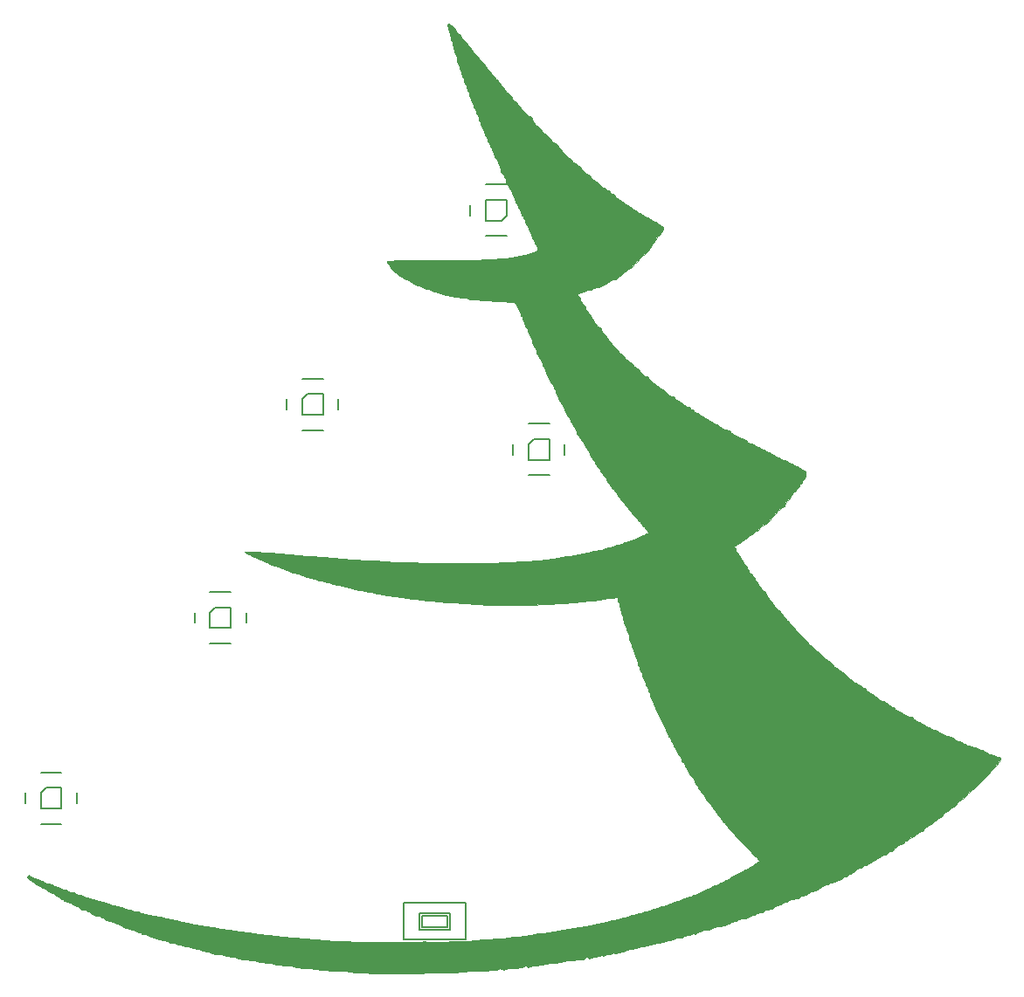
<source format=gbr>
G04 #@! TF.FileFunction,Legend,Top*
%FSLAX46Y46*%
G04 Gerber Fmt 4.6, Leading zero omitted, Abs format (unit mm)*
G04 Created by KiCad (PCBNEW 4.0.4-stable) date 12/07/16 00:48:56*
%MOMM*%
%LPD*%
G01*
G04 APERTURE LIST*
%ADD10C,0.100000*%
%ADD11C,0.150000*%
%ADD12C,0.200000*%
%ADD13C,0.010000*%
G04 APERTURE END LIST*
D10*
D11*
X206789890Y-172125220D02*
X204289890Y-172125220D01*
X204289890Y-172125220D02*
X204289890Y-171025220D01*
X204289890Y-171025220D02*
X206789890Y-171025220D01*
X206789890Y-171025220D02*
X206789890Y-172125220D01*
X207039890Y-170775220D02*
X204039890Y-170775220D01*
X207039890Y-172375220D02*
X204039890Y-172375220D01*
X204039890Y-172375220D02*
X204039890Y-170775220D01*
X207039890Y-172375220D02*
X207039890Y-170775220D01*
X208539890Y-169825220D02*
X202539890Y-169825220D01*
X208539890Y-173325220D02*
X202539890Y-173325220D01*
X208539890Y-173325220D02*
X208539890Y-169825220D01*
X202539890Y-173325220D02*
X202539890Y-169825220D01*
D12*
X169400000Y-158650000D02*
X169400000Y-160650000D01*
X169400000Y-160650000D02*
X167400000Y-160650000D01*
X167400000Y-160650000D02*
X167400000Y-159150000D01*
X167400000Y-159150000D02*
X167900000Y-158650000D01*
X167900000Y-158650000D02*
X169400000Y-158650000D01*
X169400000Y-157150000D02*
X167400000Y-157150000D01*
X165900000Y-159150000D02*
X165900000Y-160150000D01*
X169400000Y-162150000D02*
X167400000Y-162150000D01*
X170900000Y-159150000D02*
X170900000Y-160150000D01*
X185775000Y-141150000D02*
X185775000Y-143150000D01*
X185775000Y-143150000D02*
X183775000Y-143150000D01*
X183775000Y-143150000D02*
X183775000Y-141650000D01*
X183775000Y-141650000D02*
X184275000Y-141150000D01*
X184275000Y-141150000D02*
X185775000Y-141150000D01*
X185775000Y-139650000D02*
X183775000Y-139650000D01*
X182275000Y-141650000D02*
X182275000Y-142650000D01*
X185775000Y-144650000D02*
X183775000Y-144650000D01*
X187275000Y-141650000D02*
X187275000Y-142650000D01*
X231850000Y-147550000D02*
X231850000Y-149550000D01*
X231850000Y-149550000D02*
X229850000Y-149550000D01*
X229850000Y-149550000D02*
X229850000Y-148050000D01*
X229850000Y-148050000D02*
X230350000Y-147550000D01*
X230350000Y-147550000D02*
X231850000Y-147550000D01*
X231850000Y-146050000D02*
X229850000Y-146050000D01*
X228350000Y-148050000D02*
X228350000Y-149050000D01*
X231850000Y-151050000D02*
X229850000Y-151050000D01*
X233350000Y-148050000D02*
X233350000Y-149050000D01*
X194725000Y-120450000D02*
X194725000Y-122450000D01*
X194725000Y-122450000D02*
X192725000Y-122450000D01*
X192725000Y-122450000D02*
X192725000Y-120950000D01*
X192725000Y-120950000D02*
X193225000Y-120450000D01*
X193225000Y-120450000D02*
X194725000Y-120450000D01*
X194725000Y-118950000D02*
X192725000Y-118950000D01*
X191225000Y-120950000D02*
X191225000Y-121950000D01*
X194725000Y-123950000D02*
X192725000Y-123950000D01*
X196225000Y-120950000D02*
X196225000Y-121950000D01*
X216650000Y-124825000D02*
X216650000Y-126825000D01*
X216650000Y-126825000D02*
X214650000Y-126825000D01*
X214650000Y-126825000D02*
X214650000Y-125325000D01*
X214650000Y-125325000D02*
X215150000Y-124825000D01*
X215150000Y-124825000D02*
X216650000Y-124825000D01*
X216650000Y-123325000D02*
X214650000Y-123325000D01*
X213150000Y-125325000D02*
X213150000Y-126325000D01*
X216650000Y-128325000D02*
X214650000Y-128325000D01*
X218150000Y-125325000D02*
X218150000Y-126325000D01*
X210525000Y-103625000D02*
X210525000Y-101625000D01*
X210525000Y-101625000D02*
X212525000Y-101625000D01*
X212525000Y-101625000D02*
X212525000Y-103125000D01*
X212525000Y-103125000D02*
X212025000Y-103625000D01*
X212025000Y-103625000D02*
X210525000Y-103625000D01*
X210525000Y-105125000D02*
X212525000Y-105125000D01*
X214025000Y-103125000D02*
X214025000Y-102125000D01*
X210525000Y-100125000D02*
X212525000Y-100125000D01*
X209025000Y-103125000D02*
X209025000Y-102125000D01*
D13*
G36*
X207077041Y-84615878D02*
X207258860Y-84762593D01*
X207429671Y-84943097D01*
X207536209Y-85105010D01*
X207549000Y-85156706D01*
X207609082Y-85276851D01*
X207746396Y-85426738D01*
X207896545Y-85543293D01*
X207972333Y-85571333D01*
X208047432Y-85639916D01*
X208057000Y-85698427D01*
X208114225Y-85824440D01*
X208261455Y-86013472D01*
X208395666Y-86154186D01*
X208582299Y-86349093D01*
X208705302Y-86503980D01*
X208734333Y-86565566D01*
X208795778Y-86669839D01*
X208943775Y-86805561D01*
X208946000Y-86807236D01*
X209095424Y-86950846D01*
X209157666Y-87073089D01*
X209157666Y-87073189D01*
X209214538Y-87187548D01*
X209360946Y-87368490D01*
X209496333Y-87508852D01*
X209682496Y-87700268D01*
X209805505Y-87847353D01*
X209835000Y-87902372D01*
X209890866Y-87994415D01*
X210033013Y-88155844D01*
X210131333Y-88255022D01*
X210304303Y-88437493D01*
X210411066Y-88578018D01*
X210427666Y-88619333D01*
X210483763Y-88718475D01*
X210626432Y-88884601D01*
X210724000Y-88983643D01*
X210896651Y-89163548D01*
X211003467Y-89298395D01*
X211020333Y-89336294D01*
X211076468Y-89426421D01*
X211221160Y-89590397D01*
X211359000Y-89729813D01*
X211545191Y-89921441D01*
X211668200Y-90068999D01*
X211697666Y-90124422D01*
X211753835Y-90226714D01*
X211845833Y-90324087D01*
X212022600Y-90502223D01*
X212180311Y-90690825D01*
X212277431Y-90838089D01*
X212290333Y-90878481D01*
X212346870Y-90961852D01*
X212494084Y-91123130D01*
X212671333Y-91299422D01*
X212870352Y-91497973D01*
X213008227Y-91650540D01*
X213052333Y-91717475D01*
X213090224Y-91792259D01*
X213212850Y-91942524D01*
X213433640Y-92183815D01*
X213666166Y-92428081D01*
X213814381Y-92597035D01*
X213894426Y-92717010D01*
X213899000Y-92734403D01*
X213958977Y-92830498D01*
X214110695Y-92991939D01*
X214311833Y-93180626D01*
X214520069Y-93358459D01*
X214693081Y-93487337D01*
X214782746Y-93529999D01*
X214871189Y-93602051D01*
X214969859Y-93781336D01*
X214994731Y-93844567D01*
X215140572Y-94117769D01*
X215342035Y-94358398D01*
X215359377Y-94373734D01*
X215641832Y-94631723D01*
X216020682Y-95003703D01*
X216481606Y-95475541D01*
X216579946Y-95578104D01*
X216928327Y-95927803D01*
X217179475Y-96145915D01*
X217337872Y-96236234D01*
X217361100Y-96239333D01*
X217450623Y-96297828D01*
X217455000Y-96323032D01*
X217507142Y-96451769D01*
X217669530Y-96660398D01*
X217951099Y-96959772D01*
X218108156Y-97116269D01*
X218501731Y-97500320D01*
X218792715Y-97776961D01*
X218996685Y-97960063D01*
X219129222Y-98063499D01*
X219205905Y-98101140D01*
X219215212Y-98102000D01*
X219315625Y-98169589D01*
X219348284Y-98229000D01*
X219461435Y-98341630D01*
X219526676Y-98356000D01*
X219640984Y-98404566D01*
X219656333Y-98447725D01*
X219717375Y-98567623D01*
X219869751Y-98742510D01*
X220067339Y-98928484D01*
X220264016Y-99081643D01*
X220398337Y-99153987D01*
X220558940Y-99264583D01*
X220672333Y-99414333D01*
X220812976Y-99589601D01*
X220948026Y-99675218D01*
X221101532Y-99763771D01*
X221308617Y-99930879D01*
X221421304Y-100037378D01*
X221651505Y-100245568D01*
X221878824Y-100416281D01*
X221963500Y-100466730D01*
X222126945Y-100570788D01*
X222196314Y-100655390D01*
X222196333Y-100656306D01*
X222266928Y-100714647D01*
X222355791Y-100726666D01*
X222504776Y-100798177D01*
X222559532Y-100896000D01*
X222672273Y-101037707D01*
X222814228Y-101065333D01*
X222994947Y-101118023D01*
X223077767Y-101276999D01*
X223154466Y-101435798D01*
X223239059Y-101488666D01*
X223402522Y-101548561D01*
X223643666Y-101713122D01*
X223891360Y-101924808D01*
X224089171Y-102062442D01*
X224219975Y-102121013D01*
X224361164Y-102196985D01*
X224397666Y-102256372D01*
X224466508Y-102326048D01*
X224527323Y-102335333D01*
X224668595Y-102403830D01*
X224705715Y-102462333D01*
X224805094Y-102574725D01*
X224859436Y-102589333D01*
X224994145Y-102640894D01*
X225159666Y-102758666D01*
X225334858Y-102880325D01*
X225468954Y-102927999D01*
X225573061Y-102977239D01*
X225583000Y-103011053D01*
X225654839Y-103091304D01*
X225794666Y-103147232D01*
X225953163Y-103212602D01*
X226006333Y-103275845D01*
X226077326Y-103337203D01*
X226175666Y-103351333D01*
X226313247Y-103386789D01*
X226345000Y-103436000D01*
X226413576Y-103511114D01*
X226472000Y-103520666D01*
X226584702Y-103564349D01*
X226599000Y-103601496D01*
X226673014Y-103668680D01*
X226855146Y-103729634D01*
X226895333Y-103737919D01*
X227097999Y-103806007D01*
X227190473Y-103899640D01*
X227191666Y-103911089D01*
X227259643Y-104015109D01*
X227318666Y-104028666D01*
X227431338Y-104074384D01*
X227445666Y-104113333D01*
X227514243Y-104188447D01*
X227572666Y-104198000D01*
X227674721Y-104271743D01*
X227699666Y-104412323D01*
X227654824Y-104592639D01*
X227572666Y-104675382D01*
X227465583Y-104790844D01*
X227445666Y-104884391D01*
X227392655Y-105016668D01*
X227324372Y-105044666D01*
X227206093Y-105115544D01*
X227145137Y-105227218D01*
X227041467Y-105416003D01*
X226885432Y-105596760D01*
X226745703Y-105747229D01*
X226683740Y-105855439D01*
X226683563Y-105858708D01*
X226632759Y-105966271D01*
X226507205Y-106137562D01*
X226471896Y-106179668D01*
X226333691Y-106368193D01*
X226262803Y-106519280D01*
X226260333Y-106539502D01*
X226206125Y-106643389D01*
X226168828Y-106653333D01*
X226074594Y-106710965D01*
X225895142Y-106864424D01*
X225659505Y-107084554D01*
X225396716Y-107342200D01*
X225135806Y-107608205D01*
X224905808Y-107853414D01*
X224735755Y-108048670D01*
X224654679Y-108164819D01*
X224651666Y-108176943D01*
X224580584Y-108245507D01*
X224478290Y-108262000D01*
X224299228Y-108320824D01*
X224118457Y-108458808D01*
X223939245Y-108616819D01*
X223783833Y-108710151D01*
X223658458Y-108817073D01*
X223635666Y-108894342D01*
X223564927Y-109000710D01*
X223466333Y-109024000D01*
X223329000Y-109072417D01*
X223297000Y-109140178D01*
X223218556Y-109231818D01*
X223008063Y-109301606D01*
X222958333Y-109310512D01*
X222746603Y-109362857D01*
X222628508Y-109427946D01*
X222619666Y-109448333D01*
X222551514Y-109523554D01*
X222498714Y-109532000D01*
X222339686Y-109587741D01*
X222261932Y-109647829D01*
X222089685Y-109765281D01*
X221942333Y-109828333D01*
X221734900Y-109925317D01*
X221622734Y-110008836D01*
X221461920Y-110088827D01*
X221230319Y-110124540D01*
X221216619Y-110124666D01*
X221023148Y-110145019D01*
X220928285Y-110194934D01*
X220926333Y-110204145D01*
X220850952Y-110262767D01*
X220660147Y-110319831D01*
X220545333Y-110340758D01*
X220318531Y-110389615D01*
X220182137Y-110447647D01*
X220164333Y-110472946D01*
X220092478Y-110531994D01*
X219973833Y-110549156D01*
X219649601Y-110586491D01*
X219453896Y-110688171D01*
X219402333Y-110811874D01*
X219436804Y-110944046D01*
X219480272Y-110971333D01*
X219550845Y-111044322D01*
X219612900Y-111220394D01*
X219614000Y-111225333D01*
X219675436Y-111403082D01*
X219746201Y-111479285D01*
X219747727Y-111479333D01*
X219816506Y-111548189D01*
X219825666Y-111608990D01*
X219893932Y-111751557D01*
X219947492Y-111785396D01*
X220053000Y-111895542D01*
X220122000Y-112072000D01*
X220199036Y-112261658D01*
X220296507Y-112358603D01*
X220405849Y-112473215D01*
X220418333Y-112535009D01*
X220458910Y-112649439D01*
X220494717Y-112664666D01*
X220572434Y-112735860D01*
X220655947Y-112908240D01*
X220659646Y-112918666D01*
X220746066Y-113094765D01*
X220833742Y-113172476D01*
X220837262Y-113172666D01*
X220916116Y-113241231D01*
X220926333Y-113300495D01*
X220986084Y-113448913D01*
X221095666Y-113573311D01*
X221223890Y-113720255D01*
X221265000Y-113824869D01*
X221337081Y-113922907D01*
X221476666Y-113984565D01*
X221650086Y-114086383D01*
X221688333Y-114222983D01*
X221750580Y-114396636D01*
X221903993Y-114585360D01*
X221938747Y-114615971D01*
X222101913Y-114773231D01*
X222188666Y-114899430D01*
X222192747Y-114918007D01*
X222250304Y-115021341D01*
X222398297Y-115204113D01*
X222605507Y-115427976D01*
X222619666Y-115442411D01*
X222828074Y-115661623D01*
X222979216Y-115834889D01*
X223042629Y-115927124D01*
X223043000Y-115929910D01*
X223101695Y-116019039D01*
X223261088Y-116197479D01*
X223496132Y-116441123D01*
X223781786Y-116725867D01*
X224093006Y-117027604D01*
X224404747Y-117322229D01*
X224691967Y-117585636D01*
X224929622Y-117793718D01*
X225092668Y-117922372D01*
X225142644Y-117950930D01*
X225288190Y-118025851D01*
X225329000Y-118086216D01*
X225392188Y-118211715D01*
X225549076Y-118385130D01*
X225750651Y-118563237D01*
X225947896Y-118702815D01*
X226091798Y-118760640D01*
X226093822Y-118760666D01*
X226229621Y-118809379D01*
X226260333Y-118875807D01*
X226323586Y-119001453D01*
X226476438Y-119146205D01*
X226483003Y-119150973D01*
X226715919Y-119330498D01*
X226918699Y-119501500D01*
X227084912Y-119631616D01*
X227202315Y-119691550D01*
X227208072Y-119692000D01*
X227312427Y-119748651D01*
X227464655Y-119886741D01*
X227480584Y-119903666D01*
X227634540Y-120047450D01*
X227747287Y-120114664D01*
X227754059Y-120115333D01*
X227866192Y-120171510D01*
X227967564Y-120263500D01*
X228228365Y-120504222D01*
X228479451Y-120662011D01*
X228648220Y-120708000D01*
X228775798Y-120765314D01*
X228800333Y-120833386D01*
X228872436Y-120946662D01*
X229005873Y-121010361D01*
X229181493Y-121094022D01*
X229257216Y-121181307D01*
X229367238Y-121288978D01*
X229423617Y-121300666D01*
X229556719Y-121369009D01*
X229592951Y-121427666D01*
X229706101Y-121540297D01*
X229771342Y-121554666D01*
X229885709Y-121599566D01*
X229901000Y-121639333D01*
X229973456Y-121702979D01*
X230112666Y-121724000D01*
X230282905Y-121768160D01*
X230324333Y-121851000D01*
X230394919Y-121954428D01*
X230493666Y-121978000D01*
X230631043Y-122024381D01*
X230663000Y-122089197D01*
X230734462Y-122189457D01*
X230911127Y-122296270D01*
X230959333Y-122316666D01*
X231150905Y-122406074D01*
X231251313Y-122480723D01*
X231255666Y-122492624D01*
X231327230Y-122555230D01*
X231467333Y-122605434D01*
X231625838Y-122671094D01*
X231679000Y-122734885D01*
X231751841Y-122804884D01*
X231925926Y-122865446D01*
X232118249Y-122942079D01*
X232219603Y-123041507D01*
X232334215Y-123150849D01*
X232396009Y-123163333D01*
X232510406Y-123206233D01*
X232525666Y-123244163D01*
X232599681Y-123311346D01*
X232781812Y-123372301D01*
X232822000Y-123380586D01*
X233024665Y-123448674D01*
X233117140Y-123542307D01*
X233118333Y-123553755D01*
X233186310Y-123657776D01*
X233245333Y-123671333D01*
X233358065Y-123712896D01*
X233372333Y-123748175D01*
X233446927Y-123810721D01*
X233638050Y-123887564D01*
X233795666Y-123933515D01*
X234040190Y-124015990D01*
X234191868Y-124106161D01*
X234219000Y-124153006D01*
X234287110Y-124251264D01*
X234346000Y-124264000D01*
X234458724Y-124306146D01*
X234473000Y-124341939D01*
X234545988Y-124412512D01*
X234722061Y-124474567D01*
X234727000Y-124475666D01*
X234904714Y-124535983D01*
X234980950Y-124604075D01*
X234981000Y-124605557D01*
X235054970Y-124668284D01*
X235237007Y-124726999D01*
X235277333Y-124735252D01*
X235472689Y-124790686D01*
X235570916Y-124855339D01*
X235573666Y-124866089D01*
X235642381Y-124932886D01*
X235700666Y-124941333D01*
X235813040Y-125003450D01*
X235827666Y-125057329D01*
X235902717Y-125148445D01*
X236095558Y-125243364D01*
X236208666Y-125280000D01*
X236433321Y-125355860D01*
X236570173Y-125427060D01*
X236589666Y-125453609D01*
X236662556Y-125516433D01*
X236838425Y-125575167D01*
X236843666Y-125576333D01*
X237021354Y-125635806D01*
X237097615Y-125701886D01*
X237097666Y-125703333D01*
X237170595Y-125769168D01*
X237346544Y-125829194D01*
X237351666Y-125830333D01*
X237529354Y-125889806D01*
X237605615Y-125955886D01*
X237605666Y-125957333D01*
X237678595Y-126023168D01*
X237854544Y-126083194D01*
X237859666Y-126084333D01*
X238037331Y-126143091D01*
X238113614Y-126207465D01*
X238113666Y-126208881D01*
X238185341Y-126278337D01*
X238325333Y-126330767D01*
X238483838Y-126396428D01*
X238537000Y-126460219D01*
X238609974Y-126529655D01*
X238786017Y-126591224D01*
X238791000Y-126592333D01*
X238968647Y-126650559D01*
X239044946Y-126713664D01*
X239045000Y-126715057D01*
X239118774Y-126775181D01*
X239305950Y-126851630D01*
X239426000Y-126888666D01*
X239650655Y-126964527D01*
X239787506Y-127035727D01*
X239807000Y-127062276D01*
X239879889Y-127125100D01*
X240055758Y-127183834D01*
X240061000Y-127185000D01*
X240238687Y-127244473D01*
X240314948Y-127310552D01*
X240315000Y-127312000D01*
X240387928Y-127377834D01*
X240563878Y-127437860D01*
X240569000Y-127439000D01*
X240746665Y-127497758D01*
X240822947Y-127562132D01*
X240823000Y-127563548D01*
X240894675Y-127633003D01*
X241034666Y-127685434D01*
X241193239Y-127753422D01*
X241246333Y-127821613D01*
X241314934Y-127895304D01*
X241373333Y-127904666D01*
X241469538Y-127958133D01*
X241496556Y-128130415D01*
X241456655Y-128439340D01*
X241447416Y-128486749D01*
X241381075Y-128669366D01*
X241292459Y-128751031D01*
X241287261Y-128751333D01*
X241188719Y-128823421D01*
X241126898Y-128963000D01*
X241058911Y-129121572D01*
X240990720Y-129174666D01*
X240923235Y-129245593D01*
X240907666Y-129344000D01*
X240854727Y-129481904D01*
X240780666Y-129513333D01*
X240667971Y-129557503D01*
X240653666Y-129595080D01*
X240599054Y-129701445D01*
X240462120Y-129870261D01*
X240399666Y-129936666D01*
X240242973Y-130112927D01*
X240153619Y-130244382D01*
X240145666Y-130270983D01*
X240091143Y-130370157D01*
X239952141Y-130540192D01*
X239850987Y-130648901D01*
X239664751Y-130871851D01*
X239532619Y-131086799D01*
X239503142Y-131164170D01*
X239425418Y-131323070D01*
X239338838Y-131376000D01*
X239275926Y-131394414D01*
X239180201Y-131460131D01*
X239034907Y-131588858D01*
X238823285Y-131796303D01*
X238528578Y-132098174D01*
X238177166Y-132464927D01*
X238000092Y-132665028D01*
X237884837Y-132822922D01*
X237859666Y-132882092D01*
X237787478Y-132961683D01*
X237632832Y-133023241D01*
X237444566Y-133116106D01*
X237212936Y-133290798D01*
X237082593Y-133413419D01*
X236892418Y-133597937D01*
X236746392Y-133718954D01*
X236693243Y-133746666D01*
X236594393Y-133804337D01*
X236482311Y-133916000D01*
X236326892Y-134044836D01*
X236209495Y-134085333D01*
X236096307Y-134131748D01*
X236081666Y-134171815D01*
X236012331Y-134263684D01*
X235848833Y-134360532D01*
X235657845Y-134469040D01*
X235548292Y-134570383D01*
X235419154Y-134668588D01*
X235366851Y-134678000D01*
X235239940Y-134746216D01*
X235204382Y-134805000D01*
X235091231Y-134917630D01*
X235025990Y-134932000D01*
X234911569Y-134973218D01*
X234896333Y-135009611D01*
X234825760Y-135090916D01*
X234663500Y-135172260D01*
X234530637Y-135232625D01*
X234524768Y-135263499D01*
X234529772Y-135263982D01*
X234616254Y-135342161D01*
X234683113Y-135517593D01*
X234759746Y-135709916D01*
X234859173Y-135811269D01*
X234968516Y-135925881D01*
X234981000Y-135987676D01*
X235025900Y-136102042D01*
X235065666Y-136117333D01*
X235141781Y-136185468D01*
X235150333Y-136238285D01*
X235205889Y-136398926D01*
X235261371Y-136471119D01*
X235371250Y-136624047D01*
X235486970Y-136843091D01*
X235493706Y-136858166D01*
X235601548Y-137041269D01*
X235707838Y-137131386D01*
X235721334Y-137133333D01*
X235807625Y-137204020D01*
X235827666Y-137302666D01*
X235859315Y-137440305D01*
X235903154Y-137472000D01*
X235977689Y-137543754D01*
X236031767Y-137683666D01*
X236114455Y-137842598D01*
X236210279Y-137895333D01*
X236311907Y-137965782D01*
X236335666Y-138064666D01*
X236388606Y-138202570D01*
X236462666Y-138234000D01*
X236566094Y-138304586D01*
X236589666Y-138403333D01*
X236621687Y-138540966D01*
X236666050Y-138572666D01*
X236743767Y-138643860D01*
X236827281Y-138816240D01*
X236830979Y-138826666D01*
X236916929Y-139002740D01*
X237003499Y-139080473D01*
X237006982Y-139080666D01*
X237090482Y-139152571D01*
X237147750Y-139293070D01*
X237272334Y-139489543D01*
X237403363Y-139556248D01*
X237569449Y-139658436D01*
X237605666Y-139768007D01*
X237666526Y-139943491D01*
X237775000Y-140073978D01*
X237902222Y-140207647D01*
X237944333Y-140291329D01*
X237999325Y-140391157D01*
X238137097Y-140554316D01*
X238198333Y-140617692D01*
X238356842Y-140797637D01*
X238446452Y-140940875D01*
X238453796Y-140971012D01*
X238516654Y-141101425D01*
X238662062Y-141263872D01*
X238829464Y-141399864D01*
X238951100Y-141451333D01*
X239034348Y-141519759D01*
X239045000Y-141578333D01*
X239090717Y-141691005D01*
X239129666Y-141705333D01*
X239209192Y-141771698D01*
X239214333Y-141806244D01*
X239272120Y-141916336D01*
X239420653Y-142091475D01*
X239553000Y-142222957D01*
X239741141Y-142412347D01*
X239864108Y-142562889D01*
X239891666Y-142620988D01*
X239959206Y-142719502D01*
X240018666Y-142751951D01*
X240130810Y-142839540D01*
X240145666Y-142884421D01*
X240202537Y-142963617D01*
X240358704Y-143139206D01*
X240592496Y-143389208D01*
X240882241Y-143691645D01*
X241206271Y-144024536D01*
X241542913Y-144365904D01*
X241870498Y-144693768D01*
X242167354Y-144986149D01*
X242411812Y-145221067D01*
X242582200Y-145376545D01*
X242656154Y-145430666D01*
X242759234Y-145492373D01*
X242968671Y-145673213D01*
X243277198Y-145966770D01*
X243399063Y-146086833D01*
X243577535Y-146251088D01*
X243709352Y-146349490D01*
X243741241Y-146362000D01*
X243830669Y-146418898D01*
X243992147Y-146565367D01*
X244125000Y-146700666D01*
X244314023Y-146888491D01*
X244461665Y-147012109D01*
X244517311Y-147040796D01*
X244620203Y-147097827D01*
X244773207Y-147234965D01*
X244790053Y-147252462D01*
X244947121Y-147395167D01*
X245063415Y-147461982D01*
X245070619Y-147462666D01*
X245181686Y-147515329D01*
X245349351Y-147644760D01*
X245379232Y-147671593D01*
X245596428Y-147871328D01*
X245837933Y-148093706D01*
X245877513Y-148130183D01*
X246087869Y-148300346D01*
X246279480Y-148417804D01*
X246322013Y-148434962D01*
X246461166Y-148512770D01*
X246495666Y-148573443D01*
X246566964Y-148656066D01*
X246739560Y-148741764D01*
X246749666Y-148745353D01*
X246925569Y-148828083D01*
X247003453Y-148907072D01*
X247003666Y-148910282D01*
X247074652Y-148972367D01*
X247173000Y-148986666D01*
X247311917Y-149040830D01*
X247342333Y-149116323D01*
X247411671Y-149252228D01*
X247490500Y-149302086D01*
X247683155Y-149412153D01*
X247750547Y-149468762D01*
X247908099Y-149564518D01*
X247983380Y-149579333D01*
X248092093Y-149628492D01*
X248104333Y-149666657D01*
X248172859Y-149766149D01*
X248252500Y-149810086D01*
X248438142Y-149907238D01*
X248503561Y-149955595D01*
X248718231Y-150134285D01*
X248860656Y-150224526D01*
X248980986Y-150254887D01*
X249032093Y-150256666D01*
X249171602Y-150291465D01*
X249205000Y-150341333D01*
X249272901Y-150417952D01*
X249322941Y-150426000D01*
X249453646Y-150494294D01*
X249489617Y-150553000D01*
X249602768Y-150665630D01*
X249668009Y-150680000D01*
X249782376Y-150724900D01*
X249797666Y-150764666D01*
X249868579Y-150833456D01*
X249967000Y-150849333D01*
X250104295Y-150899419D01*
X250136333Y-150969606D01*
X250209649Y-151070033D01*
X250386393Y-151144786D01*
X250390333Y-151145666D01*
X250568067Y-151206632D01*
X250644284Y-151276273D01*
X250644333Y-151277780D01*
X250716097Y-151352949D01*
X250856000Y-151407232D01*
X251014315Y-151466734D01*
X251067666Y-151518836D01*
X251139834Y-151584242D01*
X251314976Y-151664588D01*
X251531052Y-151736818D01*
X251726022Y-151777874D01*
X251772177Y-151780666D01*
X251893857Y-151842205D01*
X251914333Y-151907666D01*
X251982106Y-152019915D01*
X252041333Y-152034666D01*
X252154057Y-152076813D01*
X252168333Y-152112606D01*
X252241322Y-152183179D01*
X252417394Y-152245233D01*
X252422333Y-152246333D01*
X252599998Y-152305091D01*
X252676280Y-152369465D01*
X252676333Y-152370881D01*
X252748008Y-152440337D01*
X252888000Y-152492767D01*
X253046505Y-152558428D01*
X253099666Y-152622219D01*
X253172641Y-152691655D01*
X253348684Y-152753224D01*
X253353666Y-152754333D01*
X253531314Y-152812559D01*
X253607612Y-152875664D01*
X253607666Y-152877057D01*
X253681441Y-152937181D01*
X253868617Y-153013630D01*
X253988666Y-153050666D01*
X254213290Y-153126040D01*
X254350148Y-153196029D01*
X254369666Y-153221824D01*
X254441741Y-153286523D01*
X254601651Y-153344534D01*
X254789716Y-153414992D01*
X254885783Y-153487132D01*
X254995932Y-153550287D01*
X255207916Y-153605701D01*
X255288797Y-153618567D01*
X255505123Y-153663322D01*
X255628598Y-153719368D01*
X255639666Y-153739147D01*
X255708111Y-153805025D01*
X255762459Y-153812666D01*
X255905334Y-153878678D01*
X255959755Y-153945795D01*
X256085322Y-154039956D01*
X256307891Y-154112611D01*
X256387295Y-154126277D01*
X256630318Y-154185045D01*
X256737602Y-154271814D01*
X256740333Y-154289481D01*
X256810906Y-154383441D01*
X256909666Y-154405333D01*
X257047247Y-154440789D01*
X257079000Y-154490000D01*
X257152456Y-154549901D01*
X257328003Y-154574666D01*
X257523531Y-154600765D01*
X257629333Y-154659333D01*
X257745692Y-154724165D01*
X257894377Y-154744000D01*
X258110842Y-154792953D01*
X258234095Y-154871000D01*
X258411313Y-154966460D01*
X258599989Y-154998000D01*
X258793523Y-155039174D01*
X258887617Y-155125000D01*
X259000768Y-155237630D01*
X259066009Y-155252000D01*
X259180376Y-155296900D01*
X259195666Y-155336666D01*
X259269985Y-155393090D01*
X259452257Y-155420762D01*
X259485952Y-155421333D01*
X259719405Y-155454197D01*
X259888438Y-155533833D01*
X259894106Y-155539202D01*
X260078857Y-155657494D01*
X260174348Y-155688340D01*
X260337610Y-155772253D01*
X260351149Y-155932658D01*
X260214795Y-156170096D01*
X259928379Y-156485109D01*
X259922926Y-156490441D01*
X259698939Y-156718494D01*
X259532203Y-156906102D01*
X259452544Y-157019219D01*
X259449666Y-157030642D01*
X259392516Y-157116489D01*
X259238698Y-157292070D01*
X259014660Y-157530887D01*
X258746853Y-157806443D01*
X258461726Y-158092241D01*
X258185726Y-158361782D01*
X257945304Y-158588570D01*
X257766908Y-158746106D01*
X257676987Y-158807894D01*
X257675561Y-158808000D01*
X257588442Y-158864088D01*
X257413477Y-159014417D01*
X257181131Y-159232083D01*
X257052384Y-159358333D01*
X256802692Y-159599847D01*
X256595120Y-159787767D01*
X256460138Y-159895108D01*
X256429334Y-159910129D01*
X256316525Y-159972709D01*
X256166997Y-160116735D01*
X256035892Y-160281402D01*
X255978355Y-160405905D01*
X255978333Y-160407433D01*
X255909977Y-160490856D01*
X255852301Y-160501333D01*
X255662737Y-160571997D01*
X255384937Y-160784633D01*
X255255266Y-160903500D01*
X255123986Y-160994545D01*
X255071864Y-161009333D01*
X254962128Y-161071778D01*
X254827945Y-161213611D01*
X254727789Y-161366584D01*
X254708333Y-161433634D01*
X254638314Y-161504269D01*
X254557816Y-161517333D01*
X254390912Y-161577844D01*
X254262311Y-161686666D01*
X254109184Y-161815339D01*
X253995200Y-161856000D01*
X253873796Y-161926523D01*
X253819333Y-162025333D01*
X253695079Y-162167915D01*
X253568686Y-162194666D01*
X253395436Y-162243249D01*
X253323048Y-162321666D01*
X253210800Y-162434283D01*
X253146270Y-162448666D01*
X253031977Y-162520935D01*
X252965101Y-162660333D01*
X252869182Y-162829681D01*
X252706830Y-162872000D01*
X252530214Y-162918737D01*
X252452951Y-162999000D01*
X252349723Y-163111464D01*
X252292322Y-163126000D01*
X252137895Y-163179928D01*
X252068547Y-163231833D01*
X251915117Y-163343717D01*
X251703083Y-163464320D01*
X251702666Y-163464528D01*
X251506613Y-163582929D01*
X251383117Y-163694106D01*
X251380959Y-163697361D01*
X251244868Y-163794554D01*
X251190459Y-163803333D01*
X251081881Y-163871198D01*
X251067666Y-163930333D01*
X250994065Y-164032476D01*
X250856000Y-164057333D01*
X250696885Y-164086315D01*
X250644333Y-164142000D01*
X250575573Y-164216681D01*
X250514676Y-164226666D01*
X250373404Y-164295163D01*
X250336284Y-164353666D01*
X250229681Y-164466190D01*
X250169608Y-164480666D01*
X250063201Y-164547679D01*
X250051666Y-164598244D01*
X249975886Y-164692873D01*
X249783624Y-164765633D01*
X249755333Y-164771413D01*
X249559724Y-164836240D01*
X249461655Y-164923835D01*
X249459000Y-164939348D01*
X249381895Y-165025908D01*
X249180715Y-165094673D01*
X249120333Y-165105846D01*
X248874684Y-165175441D01*
X248782070Y-165277849D01*
X248781666Y-165286000D01*
X248711164Y-165388305D01*
X248612333Y-165412000D01*
X248474709Y-165444666D01*
X248443000Y-165489939D01*
X248370011Y-165560512D01*
X248193938Y-165622567D01*
X248189000Y-165623666D01*
X248010917Y-165697496D01*
X247935030Y-165797854D01*
X247935000Y-165799727D01*
X247864483Y-165897244D01*
X247765666Y-165920000D01*
X247628043Y-165952666D01*
X247596333Y-165997939D01*
X247523344Y-166068512D01*
X247347272Y-166130567D01*
X247342333Y-166131666D01*
X247164685Y-166189893D01*
X247088387Y-166252997D01*
X247088333Y-166254390D01*
X247014558Y-166314514D01*
X246827382Y-166390963D01*
X246707333Y-166428000D01*
X246477075Y-166515317D01*
X246342648Y-166611666D01*
X246326333Y-166650670D01*
X246258323Y-166753307D01*
X246199333Y-166766666D01*
X246086591Y-166807508D01*
X246072333Y-166842154D01*
X246000578Y-166916689D01*
X245860666Y-166970767D01*
X245702161Y-167036428D01*
X245649000Y-167100219D01*
X245576025Y-167169655D01*
X245399982Y-167231224D01*
X245395000Y-167232333D01*
X245217334Y-167291091D01*
X245141052Y-167355465D01*
X245141000Y-167356881D01*
X245068876Y-167424697D01*
X244909014Y-167483867D01*
X244720949Y-167554326D01*
X244624883Y-167626465D01*
X244514733Y-167689620D01*
X244302750Y-167745034D01*
X244221868Y-167757901D01*
X244005599Y-167800284D01*
X243882104Y-167850406D01*
X243871000Y-167867477D01*
X243797266Y-167924974D01*
X243610183Y-167999811D01*
X243490000Y-168036666D01*
X243265260Y-168113865D01*
X243128425Y-168188392D01*
X243109000Y-168217003D01*
X243040557Y-168283009D01*
X242986207Y-168290666D01*
X242843331Y-168356678D01*
X242788911Y-168423795D01*
X242663343Y-168517956D01*
X242440774Y-168590611D01*
X242361371Y-168604277D01*
X242144265Y-168649045D01*
X242019836Y-168705017D01*
X242008333Y-168725147D01*
X241939888Y-168791025D01*
X241885540Y-168798666D01*
X241736326Y-168863587D01*
X241695040Y-168912824D01*
X241573024Y-168999025D01*
X241356674Y-169068046D01*
X241300823Y-169078297D01*
X241063943Y-169141567D01*
X240896138Y-169232213D01*
X240877490Y-169251451D01*
X240740780Y-169334292D01*
X240503294Y-169406658D01*
X240365282Y-169431815D01*
X240096560Y-169489699D01*
X239888352Y-169569809D01*
X239830068Y-169610169D01*
X239653165Y-169705552D01*
X239504619Y-169730000D01*
X239348400Y-169758418D01*
X239299000Y-169810830D01*
X239224985Y-169878013D01*
X239042853Y-169938967D01*
X239002666Y-169947252D01*
X238807310Y-170002686D01*
X238709083Y-170067339D01*
X238706333Y-170078089D01*
X238637440Y-170144501D01*
X238576676Y-170153333D01*
X238434634Y-170219757D01*
X238401760Y-170271275D01*
X238292958Y-170352393D01*
X238059572Y-170420606D01*
X237903476Y-170445818D01*
X237612515Y-170503621D01*
X237435822Y-170584175D01*
X237403716Y-170624210D01*
X237286135Y-170713702D01*
X237057990Y-170746000D01*
X236861066Y-170766841D01*
X236761844Y-170818145D01*
X236759000Y-170829666D01*
X236684074Y-170893496D01*
X236496371Y-170952860D01*
X236413078Y-170968647D01*
X236186546Y-171028214D01*
X236042384Y-171109555D01*
X236024295Y-171135657D01*
X235918883Y-171208542D01*
X235687357Y-171272512D01*
X235481217Y-171303945D01*
X235215949Y-171344459D01*
X235034580Y-171392248D01*
X234981000Y-171429081D01*
X234905728Y-171481424D01*
X234715488Y-171534430D01*
X234605697Y-171553904D01*
X234368726Y-171612426D01*
X234211875Y-171693857D01*
X234185021Y-171728425D01*
X234073141Y-171825716D01*
X233967657Y-171846666D01*
X233828573Y-171877153D01*
X233795666Y-171920393D01*
X233718325Y-171964317D01*
X233514757Y-172010701D01*
X233227645Y-172050028D01*
X233203000Y-172052520D01*
X232911149Y-172091659D01*
X232699532Y-172139835D01*
X232610840Y-172187112D01*
X232610333Y-172190460D01*
X232539596Y-172255741D01*
X232445996Y-172270000D01*
X232283915Y-172308878D01*
X232229333Y-172354666D01*
X232119667Y-172406107D01*
X231904995Y-172436146D01*
X231801003Y-172439333D01*
X231575522Y-172456359D01*
X231441312Y-172499378D01*
X231425000Y-172524000D01*
X231352463Y-172587357D01*
X231210676Y-172608666D01*
X231030360Y-172653508D01*
X230947617Y-172735666D01*
X230853310Y-172839698D01*
X230733306Y-172854885D01*
X230663224Y-172775630D01*
X230661703Y-172756833D01*
X230641395Y-172696899D01*
X230596614Y-172751320D01*
X230481766Y-172818883D01*
X230257871Y-172881850D01*
X230095044Y-172909713D01*
X229829238Y-172965124D01*
X229652690Y-173041087D01*
X229612457Y-173084559D01*
X229492702Y-173167717D01*
X229226183Y-173200917D01*
X229183990Y-173201333D01*
X228955826Y-173216118D01*
X228818430Y-173253554D01*
X228800333Y-173276244D01*
X228724009Y-173326748D01*
X228527068Y-173378564D01*
X228334666Y-173409336D01*
X228080038Y-173452012D01*
X227910898Y-173501175D01*
X227869000Y-173533815D01*
X227791202Y-173574063D01*
X227582713Y-173626544D01*
X227280885Y-173682656D01*
X227107000Y-173709333D01*
X226772587Y-173763649D01*
X226512860Y-173817982D01*
X226365164Y-173863916D01*
X226345000Y-173881080D01*
X226267988Y-173921128D01*
X226066446Y-173965226D01*
X225794666Y-174002542D01*
X225514745Y-174041895D01*
X225316582Y-174087653D01*
X225244333Y-174128469D01*
X225167493Y-174171851D01*
X224967067Y-174218735D01*
X224716154Y-174255217D01*
X224431789Y-174299483D01*
X224219690Y-174354962D01*
X224133959Y-174402373D01*
X224023719Y-174463355D01*
X223807163Y-174516837D01*
X223688471Y-174533897D01*
X223457778Y-174574143D01*
X223317138Y-174626138D01*
X223297000Y-174651677D01*
X223225991Y-174711551D01*
X223127666Y-174725333D01*
X222989624Y-174681083D01*
X222957036Y-174619500D01*
X222936038Y-174562730D01*
X222884277Y-174626397D01*
X222761627Y-174703173D01*
X222538536Y-174761990D01*
X222441073Y-174774900D01*
X222209642Y-174814030D01*
X222062993Y-174870611D01*
X222041111Y-174895003D01*
X221952445Y-174971755D01*
X221831355Y-174961010D01*
X221771703Y-174873500D01*
X221747606Y-174816789D01*
X221708203Y-174861723D01*
X221594861Y-174921462D01*
X221369908Y-174974604D01*
X221183912Y-174999151D01*
X220923022Y-175039163D01*
X220741457Y-175096167D01*
X220690023Y-175137928D01*
X220604440Y-175218164D01*
X220484250Y-175225128D01*
X220418592Y-175155296D01*
X220418333Y-175148666D01*
X220358901Y-175073997D01*
X220239606Y-175076928D01*
X220148949Y-175153439D01*
X220146100Y-175161032D01*
X220119268Y-175201165D01*
X220052930Y-175233312D01*
X219923088Y-175260818D01*
X219705740Y-175287024D01*
X219376887Y-175315274D01*
X218912527Y-175348910D01*
X218685276Y-175364498D01*
X218364137Y-175394480D01*
X218113447Y-175433136D01*
X217976940Y-175473266D01*
X217965610Y-175482952D01*
X217867481Y-175518432D01*
X217637550Y-175557369D01*
X217313121Y-175594388D01*
X217031666Y-175617558D01*
X216659921Y-175650564D01*
X216353787Y-175691012D01*
X216151012Y-175733114D01*
X216089643Y-175762012D01*
X215984707Y-175805215D01*
X215757179Y-175842667D01*
X215453793Y-175866980D01*
X215415280Y-175868634D01*
X215093854Y-175893065D01*
X214863723Y-175934124D01*
X214763337Y-175984870D01*
X214762748Y-175986422D01*
X214677205Y-176065504D01*
X214556956Y-176071366D01*
X214491861Y-176001054D01*
X214491666Y-175995333D01*
X214426490Y-175926745D01*
X214288877Y-175914965D01*
X214165703Y-175959411D01*
X214138100Y-175997699D01*
X214046089Y-176038343D01*
X213820927Y-176076598D01*
X213498773Y-176107378D01*
X213264595Y-176120545D01*
X212889379Y-176144783D01*
X212598166Y-176179886D01*
X212424260Y-176221106D01*
X212390495Y-176245179D01*
X212305068Y-176321222D01*
X212184680Y-176324216D01*
X212121071Y-176252746D01*
X212121000Y-176249333D01*
X212052520Y-176186643D01*
X211901690Y-176166378D01*
X211750418Y-176189829D01*
X211683555Y-176242433D01*
X211594363Y-176268333D01*
X211361138Y-176296464D01*
X211009132Y-176324887D01*
X210563595Y-176351663D01*
X210049777Y-176374853D01*
X209877333Y-176381122D01*
X209346117Y-176402113D01*
X208874179Y-176426080D01*
X208487033Y-176451289D01*
X208210191Y-176476007D01*
X208069167Y-176498501D01*
X208057000Y-176504777D01*
X207965112Y-176520025D01*
X207722323Y-176535112D01*
X207347062Y-176549804D01*
X206857760Y-176563870D01*
X206272849Y-176577076D01*
X205610758Y-176589189D01*
X204889920Y-176599978D01*
X204128765Y-176609209D01*
X203345724Y-176616650D01*
X202559227Y-176622069D01*
X201787706Y-176625233D01*
X201049591Y-176625908D01*
X200363314Y-176623863D01*
X199747306Y-176618865D01*
X199399833Y-176614033D01*
X198875108Y-176602006D01*
X198412895Y-176585243D01*
X198038075Y-176565156D01*
X197775534Y-176543160D01*
X197650152Y-176520670D01*
X197643000Y-176514197D01*
X197562614Y-176489755D01*
X197338460Y-176462747D01*
X196996041Y-176435172D01*
X196560859Y-176409033D01*
X196058418Y-176386330D01*
X195972239Y-176383105D01*
X195457760Y-176361232D01*
X195003059Y-176335858D01*
X194634537Y-176308952D01*
X194378593Y-176282484D01*
X194261629Y-176258422D01*
X194257739Y-176255200D01*
X194161366Y-176225625D01*
X193928899Y-176192523D01*
X193593422Y-176159621D01*
X193188020Y-176130644D01*
X193113579Y-176126323D01*
X192699603Y-176098301D01*
X192349985Y-176065537D01*
X192097764Y-176031798D01*
X191975979Y-176000848D01*
X191970579Y-175996063D01*
X191873870Y-175963525D01*
X191643806Y-175927345D01*
X191316160Y-175892204D01*
X190975500Y-175865856D01*
X190596882Y-175835984D01*
X190289581Y-175801519D01*
X190087329Y-175766937D01*
X190023000Y-175739429D01*
X189944680Y-175705129D01*
X189734501Y-175666670D01*
X189429633Y-175630041D01*
X189239833Y-175613219D01*
X188893207Y-175579541D01*
X188615154Y-175540324D01*
X188445612Y-175501804D01*
X188413685Y-175484266D01*
X188313174Y-175443435D01*
X188092704Y-175402946D01*
X187821018Y-175373487D01*
X187314201Y-175326578D01*
X186908466Y-175274717D01*
X186623846Y-175221214D01*
X186480377Y-175169378D01*
X186467000Y-175149813D01*
X186389554Y-175112723D01*
X186185260Y-175071866D01*
X185896185Y-175035392D01*
X185856790Y-175031603D01*
X185551818Y-174994031D01*
X185318342Y-174948021D01*
X185202862Y-174902956D01*
X185199695Y-174899028D01*
X185097404Y-174856051D01*
X184873999Y-174815995D01*
X184577602Y-174787459D01*
X184574097Y-174787240D01*
X184275231Y-174756581D01*
X184046995Y-174710669D01*
X183938589Y-174659415D01*
X183938435Y-174659170D01*
X183827977Y-174596657D01*
X183606924Y-174536669D01*
X183438577Y-174508272D01*
X183191179Y-174464216D01*
X183030417Y-174414024D01*
X182995666Y-174384072D01*
X182918990Y-174340705D01*
X182719636Y-174293857D01*
X182487666Y-174259666D01*
X182220107Y-174218104D01*
X182036063Y-174169421D01*
X181979666Y-174131092D01*
X181902526Y-174087916D01*
X181700140Y-174041260D01*
X181416058Y-174001122D01*
X181411514Y-174000633D01*
X181104209Y-173953112D01*
X180856563Y-173888400D01*
X180728133Y-173824561D01*
X180575883Y-173753001D01*
X180333492Y-173712636D01*
X180242159Y-173709333D01*
X179944955Y-173676367D01*
X179796813Y-173576027D01*
X179796559Y-173575575D01*
X179652679Y-173477308D01*
X179346815Y-173410646D01*
X179199685Y-173394483D01*
X178927800Y-173360504D01*
X178738980Y-173319085D01*
X178677666Y-173283854D01*
X178602439Y-173234590D01*
X178412400Y-173183507D01*
X178304165Y-173164550D01*
X178066703Y-173104860D01*
X177909796Y-173020624D01*
X177883489Y-172985603D01*
X177760632Y-172894447D01*
X177495672Y-172862666D01*
X177494990Y-172862666D01*
X177281936Y-172844025D01*
X177162782Y-172797415D01*
X177153666Y-172778000D01*
X177083026Y-172708382D01*
X176990380Y-172693333D01*
X176793558Y-172639090D01*
X176715214Y-172584445D01*
X176547543Y-172484072D01*
X176282042Y-172383461D01*
X175988726Y-172304780D01*
X175737607Y-172270197D01*
X175722103Y-172270000D01*
X175585266Y-172253387D01*
X175447727Y-172184223D01*
X175257890Y-172033522D01*
X175180104Y-171965495D01*
X175030664Y-171888964D01*
X174800075Y-171821640D01*
X174759709Y-171813491D01*
X174556979Y-171757111D01*
X174449519Y-171691453D01*
X174444333Y-171676412D01*
X174368464Y-171621731D01*
X174174650Y-171567829D01*
X174026134Y-171543022D01*
X173770954Y-171488327D01*
X173600101Y-171412027D01*
X173563124Y-171370773D01*
X173449847Y-171265812D01*
X173388657Y-171254000D01*
X173274290Y-171209099D01*
X173259000Y-171169333D01*
X173186667Y-171105247D01*
X173051317Y-171084666D01*
X172758971Y-171032243D01*
X172450091Y-170902275D01*
X172258119Y-170768154D01*
X172098775Y-170675053D01*
X172025285Y-170661333D01*
X171916550Y-170613638D01*
X171904333Y-170576666D01*
X171832542Y-170510134D01*
X171713833Y-170490843D01*
X171419840Y-170459610D01*
X171216191Y-170380022D01*
X171142333Y-170270458D01*
X171071776Y-170175473D01*
X170973000Y-170153333D01*
X170835376Y-170120666D01*
X170803666Y-170075393D01*
X170730677Y-170004820D01*
X170554605Y-169942766D01*
X170549666Y-169941666D01*
X170372016Y-169883387D01*
X170295720Y-169820156D01*
X170295666Y-169818760D01*
X170220914Y-169764866D01*
X170034066Y-169711575D01*
X169957000Y-169697487D01*
X169745269Y-169645142D01*
X169627175Y-169580053D01*
X169618333Y-169559666D01*
X169551230Y-169482326D01*
X169510024Y-169476000D01*
X169380507Y-169413508D01*
X169281911Y-169309781D01*
X169110016Y-169166671D01*
X168924554Y-169091387D01*
X168753941Y-169030072D01*
X168687000Y-168961272D01*
X168618755Y-168891171D01*
X168566047Y-168883333D01*
X168407019Y-168827591D01*
X168329265Y-168767503D01*
X168153249Y-168646610D01*
X168026884Y-168592464D01*
X167881203Y-168516446D01*
X167840333Y-168454294D01*
X167767843Y-168394926D01*
X167628666Y-168375333D01*
X167460178Y-168332413D01*
X167417000Y-168252169D01*
X167339337Y-168150065D01*
X167134319Y-168076074D01*
X167120666Y-168073413D01*
X166918000Y-168005325D01*
X166825526Y-167911692D01*
X166824333Y-167900244D01*
X166759083Y-167794041D01*
X166710288Y-167782666D01*
X166568573Y-167730821D01*
X166401000Y-167613333D01*
X166240804Y-167492956D01*
X166134045Y-167444000D01*
X166075746Y-167372976D01*
X166062333Y-167274666D01*
X166117267Y-167135994D01*
X166252586Y-167117617D01*
X166424060Y-167225176D01*
X166427058Y-167228153D01*
X166600609Y-167340855D01*
X166787295Y-167410561D01*
X167053572Y-167499436D01*
X167242023Y-167583553D01*
X167436550Y-167667260D01*
X167565166Y-167697478D01*
X167663641Y-167743109D01*
X167671000Y-167769144D01*
X167746117Y-167825791D01*
X167940237Y-167898197D01*
X168136666Y-167952000D01*
X168389492Y-168024128D01*
X168558610Y-168094356D01*
X168602333Y-168134855D01*
X168674261Y-168190176D01*
X168795161Y-168206000D01*
X169019910Y-168254843D01*
X169159318Y-168326003D01*
X169359663Y-168423292D01*
X169618569Y-168499748D01*
X169643823Y-168504759D01*
X169845621Y-168558158D01*
X169952084Y-168616639D01*
X169957000Y-168629142D01*
X170032320Y-168679496D01*
X170222986Y-168731586D01*
X170338000Y-168751907D01*
X170564783Y-168800162D01*
X170701182Y-168856678D01*
X170719000Y-168881079D01*
X170793698Y-168938725D01*
X170980399Y-168995392D01*
X171057222Y-169010258D01*
X171280891Y-169062249D01*
X171422237Y-169121514D01*
X171438666Y-169137333D01*
X171542208Y-169192948D01*
X171750347Y-169248945D01*
X171841277Y-169265727D01*
X172138583Y-169331136D01*
X172412412Y-169417734D01*
X172454666Y-169435061D01*
X172661314Y-169513112D01*
X172968165Y-169615044D01*
X173312113Y-169719983D01*
X173343666Y-169729132D01*
X173663810Y-169823197D01*
X173929986Y-169904493D01*
X174092013Y-169957632D01*
X174105666Y-169962789D01*
X174258747Y-170011639D01*
X174506465Y-170079579D01*
X174656000Y-170117533D01*
X175196188Y-170253175D01*
X175591183Y-170358625D01*
X175861289Y-170439531D01*
X176010666Y-170494427D01*
X176198830Y-170552074D01*
X176465869Y-170608867D01*
X176561000Y-170624569D01*
X176798603Y-170670914D01*
X176956068Y-170721154D01*
X176984333Y-170740310D01*
X177018249Y-170763473D01*
X177100972Y-170791946D01*
X177251679Y-170829848D01*
X177489547Y-170881298D01*
X177833752Y-170950415D01*
X178303471Y-171041317D01*
X178917879Y-171158123D01*
X179016333Y-171176740D01*
X179309046Y-171239262D01*
X179554203Y-171304049D01*
X179651333Y-171337699D01*
X179830510Y-171388913D01*
X180103300Y-171439999D01*
X180281469Y-171464403D01*
X180554888Y-171504577D01*
X180761780Y-171549967D01*
X180831802Y-171576578D01*
X180955588Y-171619142D01*
X181195740Y-171675470D01*
X181501249Y-171733655D01*
X181514000Y-171735834D01*
X181898014Y-171802955D01*
X182354881Y-171885385D01*
X182791205Y-171966256D01*
X182826333Y-171972892D01*
X183378650Y-172071053D01*
X184069047Y-172183586D01*
X184867296Y-172306280D01*
X185743165Y-172434923D01*
X186666425Y-172565301D01*
X187606847Y-172693202D01*
X188534201Y-172814414D01*
X189418256Y-172924726D01*
X190228783Y-173019923D01*
X190742666Y-173075989D01*
X191894913Y-173192925D01*
X192961841Y-173292429D01*
X193970542Y-173375765D01*
X194948110Y-173444196D01*
X195921639Y-173498987D01*
X196918221Y-173541400D01*
X197964950Y-173572700D01*
X199088919Y-173594149D01*
X200317222Y-173607012D01*
X201676951Y-173612551D01*
X202257333Y-173613000D01*
X203516328Y-173611169D01*
X204629169Y-173605169D01*
X205619001Y-173594243D01*
X206508970Y-173577629D01*
X207322220Y-173554571D01*
X208081897Y-173524307D01*
X208811146Y-173486080D01*
X209533111Y-173439130D01*
X210270938Y-173382698D01*
X210893333Y-173329760D01*
X211470521Y-173278800D01*
X212084244Y-173224573D01*
X212674277Y-173172402D01*
X213180392Y-173127613D01*
X213348666Y-173112707D01*
X213777260Y-173070162D01*
X214171858Y-173022801D01*
X214485923Y-172976701D01*
X214661000Y-172941382D01*
X214885858Y-172893430D01*
X215216315Y-172839188D01*
X215589428Y-172788749D01*
X215677000Y-172778482D01*
X216123407Y-172722592D01*
X216634328Y-172650758D01*
X217107691Y-172577417D01*
X217158666Y-172568941D01*
X217562496Y-172501970D01*
X218063276Y-172420132D01*
X218590677Y-172334870D01*
X218979000Y-172272760D01*
X219618630Y-172167298D01*
X220189063Y-172065869D01*
X220666485Y-171973130D01*
X221027086Y-171893739D01*
X221247056Y-171832355D01*
X221265000Y-171825573D01*
X221420269Y-171784921D01*
X221671396Y-171739137D01*
X221815333Y-171718063D01*
X222078369Y-171671256D01*
X222274148Y-171615427D01*
X222328909Y-171587314D01*
X222457189Y-171538206D01*
X222696156Y-171487588D01*
X222921576Y-171455420D01*
X223196189Y-171415608D01*
X223395509Y-171371284D01*
X223466333Y-171339619D01*
X223567115Y-171289917D01*
X223778108Y-171226762D01*
X223932000Y-171190381D01*
X224273497Y-171110400D01*
X224655865Y-171011728D01*
X224821000Y-170965948D01*
X225114255Y-170891235D01*
X225367502Y-170842422D01*
X225477166Y-170831671D01*
X225625938Y-170803064D01*
X225667666Y-170756907D01*
X225743568Y-170704824D01*
X225937702Y-170652359D01*
X226091000Y-170626991D01*
X226332151Y-170581272D01*
X226485462Y-170525820D01*
X226514333Y-170494271D01*
X226589701Y-170437391D01*
X226780478Y-170381374D01*
X226895333Y-170360574D01*
X227122117Y-170312299D01*
X227258516Y-170255732D01*
X227276333Y-170231302D01*
X227352229Y-170180145D01*
X227546350Y-170128269D01*
X227699666Y-170103008D01*
X227940784Y-170058488D01*
X228094099Y-170006090D01*
X228123000Y-169976928D01*
X228196955Y-169917026D01*
X228379039Y-169859648D01*
X228420268Y-169851238D01*
X228629104Y-169796734D01*
X228752528Y-169735992D01*
X228759378Y-169727768D01*
X228862443Y-169672034D01*
X229067825Y-169616366D01*
X229139443Y-169602925D01*
X229350861Y-169550881D01*
X229468815Y-169490152D01*
X229477666Y-169471877D01*
X229553535Y-169417472D01*
X229750974Y-169349934D01*
X229985666Y-169293046D01*
X230251822Y-169228537D01*
X230435735Y-169165735D01*
X230493666Y-169124230D01*
X230567566Y-169068266D01*
X230749453Y-169012954D01*
X230790000Y-169004747D01*
X230985304Y-168951013D01*
X231083563Y-168890509D01*
X231086333Y-168880637D01*
X231159237Y-168816700D01*
X231335136Y-168757489D01*
X231340333Y-168756333D01*
X231517998Y-168697574D01*
X231594280Y-168633201D01*
X231594333Y-168631784D01*
X231666671Y-168565172D01*
X231827166Y-168508588D01*
X232041408Y-168440272D01*
X232296115Y-168335253D01*
X232529244Y-168221851D01*
X232678752Y-168128389D01*
X232695000Y-168112435D01*
X232795603Y-168056584D01*
X232996104Y-167978794D01*
X233076000Y-167952000D01*
X233296257Y-167872739D01*
X233437857Y-167806473D01*
X233457000Y-167791564D01*
X233545032Y-167735037D01*
X233752906Y-167619491D01*
X234049176Y-167461972D01*
X234388333Y-167286700D01*
X234740124Y-167104043D01*
X235033701Y-166945680D01*
X235237573Y-166829002D01*
X235319666Y-166772348D01*
X235412472Y-166706698D01*
X235614150Y-166593945D01*
X235870000Y-166463981D01*
X236140248Y-166321854D01*
X236348716Y-166193100D01*
X236445707Y-166110500D01*
X236581890Y-166013406D01*
X236636207Y-166004666D01*
X236746152Y-165957591D01*
X236759000Y-165920000D01*
X236827576Y-165844885D01*
X236886000Y-165835333D01*
X236980800Y-165814886D01*
X236994313Y-165744488D01*
X236917087Y-165610556D01*
X236739672Y-165399506D01*
X236452616Y-165097754D01*
X236187500Y-164831366D01*
X235764159Y-164403997D01*
X235338201Y-163962199D01*
X234928939Y-163527141D01*
X234555688Y-163119991D01*
X234237761Y-162761918D01*
X233994473Y-162474091D01*
X233845136Y-162277677D01*
X233819389Y-162235839D01*
X233691039Y-162069492D01*
X233586556Y-161995696D01*
X233472730Y-161903865D01*
X233457000Y-161854065D01*
X233403279Y-161740345D01*
X233268346Y-161563949D01*
X233203391Y-161491574D01*
X233048358Y-161312090D01*
X232958438Y-161180751D01*
X232949391Y-161153457D01*
X232894052Y-161052701D01*
X232761075Y-160903299D01*
X232757136Y-160899457D01*
X232596836Y-160717842D01*
X232405652Y-160466390D01*
X232312875Y-160332000D01*
X232158578Y-160108785D01*
X232035131Y-159947319D01*
X231989081Y-159898937D01*
X231884970Y-159776111D01*
X231757177Y-159568931D01*
X231648569Y-159348753D01*
X231629676Y-159300690D01*
X231522741Y-159152594D01*
X231458990Y-159112847D01*
X231351777Y-159002629D01*
X231340333Y-158946715D01*
X231271990Y-158813613D01*
X231213333Y-158777382D01*
X231100702Y-158664231D01*
X231086333Y-158598990D01*
X231045756Y-158484560D01*
X231009949Y-158469333D01*
X230927133Y-158399559D01*
X230838726Y-158236500D01*
X230717784Y-157974317D01*
X230576530Y-157716124D01*
X230447239Y-157517728D01*
X230380176Y-157443604D01*
X230275134Y-157319412D01*
X230146967Y-157110373D01*
X230038210Y-156887722D01*
X230019478Y-156839500D01*
X229943009Y-156714825D01*
X229897852Y-156691333D01*
X229833736Y-156618567D01*
X229775553Y-156444406D01*
X229702513Y-156253776D01*
X229610387Y-156154911D01*
X229510761Y-156048552D01*
X229439515Y-155873519D01*
X229378263Y-155686807D01*
X229322787Y-155591514D01*
X229208359Y-155455379D01*
X229068076Y-155223177D01*
X228948030Y-154976833D01*
X228859450Y-154811805D01*
X228788498Y-154744000D01*
X228730993Y-154671182D01*
X228674546Y-154495459D01*
X228673333Y-154490000D01*
X228613859Y-154312312D01*
X228547780Y-154236051D01*
X228546333Y-154236000D01*
X228480498Y-154163071D01*
X228420472Y-153987121D01*
X228419333Y-153982000D01*
X228357896Y-153804250D01*
X228287132Y-153728047D01*
X228285606Y-153728000D01*
X228213020Y-153661078D01*
X228207666Y-153622893D01*
X228171964Y-153510596D01*
X228074446Y-153279477D01*
X227929494Y-152961933D01*
X227751490Y-152590362D01*
X227728450Y-152543393D01*
X227525525Y-152127382D01*
X227331220Y-151723046D01*
X227168092Y-151377683D01*
X227061826Y-151145666D01*
X226913030Y-150816064D01*
X226741049Y-150444193D01*
X226652042Y-150255451D01*
X226531751Y-149972609D01*
X226451001Y-149724742D01*
X226429666Y-149599284D01*
X226401134Y-149451161D01*
X226354422Y-149410000D01*
X226290940Y-149336022D01*
X226231845Y-149153968D01*
X226223586Y-149113666D01*
X226166740Y-148918268D01*
X226098638Y-148820067D01*
X226087163Y-148817333D01*
X226018349Y-148747381D01*
X226005811Y-148669166D01*
X225967387Y-148489430D01*
X225881977Y-148284590D01*
X225776958Y-148026276D01*
X225703742Y-147755423D01*
X225650077Y-147561528D01*
X225589490Y-147465053D01*
X225580304Y-147462666D01*
X225518173Y-147389330D01*
X225458099Y-147210465D01*
X225452950Y-147187500D01*
X225393383Y-146971828D01*
X225330612Y-146830293D01*
X225328648Y-146827666D01*
X225275869Y-146703508D01*
X225207395Y-146470452D01*
X225155618Y-146256166D01*
X225087364Y-145996532D01*
X225020100Y-145819918D01*
X224977860Y-145769333D01*
X224922038Y-145694565D01*
X224867671Y-145507682D01*
X224853512Y-145430666D01*
X224805016Y-145219044D01*
X224749491Y-145100907D01*
X224732954Y-145092000D01*
X224678841Y-145017332D01*
X224624148Y-144830701D01*
X224609408Y-144753777D01*
X224557553Y-144530215D01*
X224498615Y-144389060D01*
X224482898Y-144372682D01*
X224432355Y-144270548D01*
X224380077Y-144057294D01*
X224355320Y-143906572D01*
X224309753Y-143665537D01*
X224256913Y-143512254D01*
X224227830Y-143483333D01*
X224171913Y-143408649D01*
X224116212Y-143221982D01*
X224101408Y-143145110D01*
X224048228Y-142920516D01*
X223986119Y-142777496D01*
X223969420Y-142760630D01*
X223915885Y-142656256D01*
X223862588Y-142441568D01*
X223838880Y-142294520D01*
X223795106Y-142054558D01*
X223744426Y-141902589D01*
X223717075Y-141874666D01*
X223671678Y-141797896D01*
X223613994Y-141595719D01*
X223555853Y-141310335D01*
X223551050Y-141282300D01*
X223491447Y-140982907D01*
X223428993Y-140754581D01*
X223376646Y-140644180D01*
X223374067Y-140642303D01*
X223315123Y-140529893D01*
X223297000Y-140382184D01*
X223297000Y-140169696D01*
X222598500Y-140228681D01*
X222258144Y-140263703D01*
X221974355Y-140304349D01*
X221796584Y-140343200D01*
X221773000Y-140352511D01*
X221637685Y-140385478D01*
X221376541Y-140421611D01*
X221032859Y-140455551D01*
X220799333Y-140473011D01*
X220387517Y-140505944D01*
X219993662Y-140547538D01*
X219678531Y-140590974D01*
X219571666Y-140610778D01*
X219263138Y-140658940D01*
X218807541Y-140704935D01*
X218227133Y-140748164D01*
X217544171Y-140788029D01*
X216780913Y-140823930D01*
X215959616Y-140855270D01*
X215102537Y-140881449D01*
X214231935Y-140901869D01*
X213370066Y-140915931D01*
X212539187Y-140923037D01*
X211761557Y-140922587D01*
X211059433Y-140913984D01*
X210455071Y-140896628D01*
X209970731Y-140869921D01*
X209962000Y-140869255D01*
X209412463Y-140828216D01*
X208770382Y-140782090D01*
X208112219Y-140736275D01*
X207514438Y-140696172D01*
X207464333Y-140692905D01*
X206666772Y-140638606D01*
X205935739Y-140584031D01*
X205290935Y-140530915D01*
X204752057Y-140480994D01*
X204338805Y-140436004D01*
X204070877Y-140397681D01*
X204035333Y-140390731D01*
X203802011Y-140349176D01*
X203424641Y-140291634D01*
X202927405Y-140221420D01*
X202334484Y-140141851D01*
X201670060Y-140056243D01*
X200958314Y-139967911D01*
X200902666Y-139961143D01*
X200491157Y-139905856D01*
X200145187Y-139849300D01*
X199897003Y-139797496D01*
X199778854Y-139756462D01*
X199773777Y-139750407D01*
X199679160Y-139699484D01*
X199481881Y-139672482D01*
X199435111Y-139671313D01*
X199137751Y-139646301D01*
X198821001Y-139587806D01*
X198786000Y-139578854D01*
X198515700Y-139513587D01*
X198166148Y-139438131D01*
X197897000Y-139384904D01*
X197593548Y-139323385D01*
X197346485Y-139265324D01*
X197219666Y-139226962D01*
X197065379Y-139179548D01*
X196815780Y-139120163D01*
X196669333Y-139089928D01*
X196148344Y-138981037D01*
X195717645Y-138876499D01*
X195408581Y-138784238D01*
X195314666Y-138747554D01*
X195144559Y-138693013D01*
X194870706Y-138626971D01*
X194595000Y-138571776D01*
X194299804Y-138511033D01*
X194069479Y-138450329D01*
X193960000Y-138406055D01*
X193830716Y-138355427D01*
X193600185Y-138302793D01*
X193473166Y-138281825D01*
X193239147Y-138234415D01*
X193094136Y-138178961D01*
X193071000Y-138151587D01*
X192996301Y-138093940D01*
X192809600Y-138037274D01*
X192732777Y-138022408D01*
X192507719Y-137968632D01*
X192363861Y-137905098D01*
X192346780Y-137887966D01*
X192235089Y-137830617D01*
X192068842Y-137810666D01*
X191826250Y-137766000D01*
X191667348Y-137690662D01*
X191467002Y-137593374D01*
X191208097Y-137516917D01*
X191182842Y-137511906D01*
X190981002Y-137457225D01*
X190874562Y-137395588D01*
X190869666Y-137382171D01*
X190793696Y-137329999D01*
X190596015Y-137265406D01*
X190361666Y-137211245D01*
X190095293Y-137148833D01*
X189911358Y-137086610D01*
X189853666Y-137044378D01*
X189780777Y-136981562D01*
X189604908Y-136922832D01*
X189599666Y-136921666D01*
X189422003Y-136862979D01*
X189345719Y-136798775D01*
X189345666Y-136797362D01*
X189271734Y-136738335D01*
X189089778Y-136681480D01*
X189049333Y-136673252D01*
X188854006Y-136618789D01*
X188755761Y-136556501D01*
X188753000Y-136546252D01*
X188679048Y-136485311D01*
X188497049Y-136427494D01*
X188456666Y-136419252D01*
X188261319Y-136364107D01*
X188163086Y-136300158D01*
X188160333Y-136289557D01*
X188087378Y-136221686D01*
X187911375Y-136160788D01*
X187906333Y-136159666D01*
X187728645Y-136100193D01*
X187652384Y-136034113D01*
X187652333Y-136032666D01*
X187579404Y-135966831D01*
X187403455Y-135906805D01*
X187398333Y-135905666D01*
X187188349Y-135841138D01*
X187132270Y-135781777D01*
X187214711Y-135736472D01*
X187420285Y-135714113D01*
X187715833Y-135722237D01*
X187998966Y-135742061D01*
X188407128Y-135769253D01*
X188896323Y-135800949D01*
X189422557Y-135834284D01*
X189726666Y-135853194D01*
X190256586Y-135888855D01*
X190777060Y-135929138D01*
X191243360Y-135970214D01*
X191610762Y-136008257D01*
X191758666Y-136027100D01*
X192087475Y-136065379D01*
X192524532Y-136103929D01*
X193008832Y-136137866D01*
X193409666Y-136159328D01*
X193886334Y-136185238D01*
X194367293Y-136219336D01*
X194791540Y-136256878D01*
X195060666Y-136287769D01*
X195230292Y-136309400D01*
X195428230Y-136330998D01*
X195668796Y-136353556D01*
X195966307Y-136378071D01*
X196335079Y-136405537D01*
X196789429Y-136436949D01*
X197343671Y-136473303D01*
X198012123Y-136515594D01*
X198809101Y-136564817D01*
X199748921Y-136621967D01*
X200648666Y-136676191D01*
X201888237Y-136741607D01*
X203231227Y-136796212D01*
X204637135Y-136839262D01*
X206065457Y-136870016D01*
X207475692Y-136887730D01*
X208827337Y-136891661D01*
X210079889Y-136881065D01*
X210893333Y-136864141D01*
X212620311Y-136800551D01*
X214205870Y-136706095D01*
X215675495Y-136578479D01*
X217054672Y-136415411D01*
X218368886Y-136214598D01*
X218640333Y-136167180D01*
X219070793Y-136090717D01*
X219530172Y-136009719D01*
X219924720Y-135940711D01*
X219952666Y-135935858D01*
X220250936Y-135877389D01*
X220477363Y-135820446D01*
X220585749Y-135776761D01*
X220587666Y-135774580D01*
X220685179Y-135736863D01*
X220909809Y-135685757D01*
X221220793Y-135629996D01*
X221370833Y-135606774D01*
X221700064Y-135551554D01*
X221954123Y-135496353D01*
X222095159Y-135449982D01*
X222111666Y-135434312D01*
X222187495Y-135387962D01*
X222381459Y-135338435D01*
X222535000Y-135313000D01*
X222776046Y-135268057D01*
X222929368Y-135216811D01*
X222958333Y-135188962D01*
X223034207Y-135141415D01*
X223228275Y-135091835D01*
X223381666Y-135066991D01*
X223622843Y-135020335D01*
X223776152Y-134962496D01*
X223805000Y-134929083D01*
X223874941Y-134859492D01*
X223953166Y-134846811D01*
X224132902Y-134808387D01*
X224337742Y-134722977D01*
X224596056Y-134617958D01*
X224866909Y-134544742D01*
X225060770Y-134492169D01*
X225157267Y-134434244D01*
X225159666Y-134425580D01*
X225233416Y-134367058D01*
X225420535Y-134291592D01*
X225540666Y-134254666D01*
X225765405Y-134177468D01*
X225902240Y-134102940D01*
X225921666Y-134074329D01*
X225992456Y-134013855D01*
X226086003Y-134000666D01*
X226250147Y-133969973D01*
X226275757Y-133871977D01*
X226161258Y-133697802D01*
X226002826Y-133531575D01*
X225817921Y-133339791D01*
X225696194Y-133192004D01*
X225667666Y-133137087D01*
X225610923Y-133048884D01*
X225461894Y-132881156D01*
X225252378Y-132669602D01*
X225244333Y-132661835D01*
X225033389Y-132450146D01*
X224881726Y-132281988D01*
X224821084Y-132192637D01*
X224821000Y-132191306D01*
X224767925Y-132096538D01*
X224634429Y-131931994D01*
X224567391Y-131858241D01*
X224412318Y-131678407D01*
X224322411Y-131546312D01*
X224313391Y-131518700D01*
X224254027Y-131424933D01*
X224107014Y-131277692D01*
X224057935Y-131235111D01*
X223874485Y-131048036D01*
X223656827Y-130779949D01*
X223488125Y-130542078D01*
X223319966Y-130296269D01*
X223183186Y-130114018D01*
X223108190Y-130035444D01*
X223048162Y-129937987D01*
X223043000Y-129890256D01*
X222975962Y-129761328D01*
X222873666Y-129682666D01*
X222739622Y-129577564D01*
X222704333Y-129506659D01*
X222651315Y-129392723D01*
X222521181Y-129224378D01*
X222496033Y-129196633D01*
X222317827Y-128961310D01*
X222183505Y-128713495D01*
X222078553Y-128512882D01*
X221970373Y-128388483D01*
X221968471Y-128387292D01*
X221868024Y-128260054D01*
X221857666Y-128205851D01*
X221789450Y-128078940D01*
X221730666Y-128043382D01*
X221618036Y-127930231D01*
X221603666Y-127864990D01*
X221559606Y-127750611D01*
X221520613Y-127735333D01*
X221439717Y-127663639D01*
X221385972Y-127529792D01*
X221302311Y-127354172D01*
X221215025Y-127278450D01*
X221107718Y-127164223D01*
X221095666Y-127102990D01*
X221054122Y-126988574D01*
X221017434Y-126973333D01*
X220942585Y-126903129D01*
X220824270Y-126719873D01*
X220699934Y-126486500D01*
X220569857Y-126228209D01*
X220467324Y-126036213D01*
X220418333Y-125957333D01*
X220303099Y-125802099D01*
X220164836Y-125563958D01*
X220058030Y-125343500D01*
X219969205Y-125178456D01*
X219897710Y-125110666D01*
X219828752Y-125041567D01*
X219718820Y-124865040D01*
X219647265Y-124729666D01*
X219525560Y-124511322D01*
X219424387Y-124373483D01*
X219387325Y-124348666D01*
X219320302Y-124283153D01*
X219317666Y-124258670D01*
X219282357Y-124129950D01*
X219193156Y-123919598D01*
X219075151Y-123677081D01*
X218953429Y-123451869D01*
X218853079Y-123293431D01*
X218805106Y-123248000D01*
X218742401Y-123175957D01*
X218685132Y-123016014D01*
X218624062Y-122831929D01*
X218569917Y-122740848D01*
X218509507Y-122651429D01*
X218392338Y-122445012D01*
X218237491Y-122155997D01*
X218123384Y-121935666D01*
X217927793Y-121557325D01*
X217732219Y-121186164D01*
X217567542Y-120880524D01*
X217509754Y-120776373D01*
X217381808Y-120518133D01*
X217300684Y-120294040D01*
X217285666Y-120204873D01*
X217254815Y-120064611D01*
X217210178Y-120030666D01*
X217137456Y-119958467D01*
X217076465Y-119798681D01*
X217013808Y-119614523D01*
X216956422Y-119523514D01*
X216881850Y-119421933D01*
X216761802Y-119208911D01*
X216617868Y-118928493D01*
X216471638Y-118624725D01*
X216344705Y-118341651D01*
X216258659Y-118123316D01*
X216240068Y-118062166D01*
X216172149Y-117893907D01*
X216098720Y-117829333D01*
X216026894Y-117759962D01*
X216015666Y-117690440D01*
X215979853Y-117542630D01*
X215890737Y-117312051D01*
X215775804Y-117059151D01*
X215662540Y-116844379D01*
X215578433Y-116728183D01*
X215577957Y-116727818D01*
X215518077Y-116621791D01*
X215460655Y-116443840D01*
X215383686Y-116222570D01*
X215259661Y-115944003D01*
X215199943Y-115826374D01*
X215083991Y-115591744D01*
X215011687Y-115413574D01*
X214999666Y-115360649D01*
X214963995Y-115240305D01*
X214872198Y-115025200D01*
X214788000Y-114850172D01*
X214669299Y-114586941D01*
X214592496Y-114364981D01*
X214576333Y-114273432D01*
X214544720Y-114128566D01*
X214509129Y-114089888D01*
X214437643Y-113998181D01*
X214335565Y-113799856D01*
X214225827Y-113548949D01*
X214131356Y-113299494D01*
X214075084Y-113105528D01*
X214068333Y-113051137D01*
X214024267Y-112934998D01*
X213983666Y-112918666D01*
X213903400Y-112852765D01*
X213899000Y-112822106D01*
X213865708Y-112693863D01*
X213780858Y-112474483D01*
X213719527Y-112335273D01*
X213552550Y-111975375D01*
X213429814Y-111740706D01*
X213322960Y-111603517D01*
X213203624Y-111536058D01*
X213043444Y-111510580D01*
X212867676Y-111501814D01*
X212106901Y-111466399D01*
X211385761Y-111429253D01*
X210723177Y-111391630D01*
X210138072Y-111354778D01*
X209649367Y-111319951D01*
X209275984Y-111288399D01*
X209036844Y-111261374D01*
X208953338Y-111242950D01*
X208830526Y-111203122D01*
X208586877Y-111151012D01*
X208269443Y-111096375D01*
X208184000Y-111083454D01*
X207654136Y-111001097D01*
X207150401Y-110914605D01*
X206700243Y-110829495D01*
X206331109Y-110751288D01*
X206070447Y-110685504D01*
X205945703Y-110637662D01*
X205940333Y-110632257D01*
X205837485Y-110580317D01*
X205629874Y-110525735D01*
X205538166Y-110508593D01*
X205318922Y-110455851D01*
X205191444Y-110394039D01*
X205178333Y-110371224D01*
X205105824Y-110313189D01*
X204966359Y-110293999D01*
X204755530Y-110254073D01*
X204498649Y-110155084D01*
X204438446Y-110124666D01*
X204204209Y-110017370D01*
X204010399Y-109958928D01*
X203973087Y-109955333D01*
X203846644Y-109919943D01*
X203823666Y-109879845D01*
X203751467Y-109807123D01*
X203591681Y-109746132D01*
X203407598Y-109685128D01*
X203316514Y-109631120D01*
X203223601Y-109566978D01*
X203022303Y-109454188D01*
X202765333Y-109321781D01*
X202470116Y-109160080D01*
X202213143Y-108993487D01*
X202070876Y-108877281D01*
X201923889Y-108743307D01*
X201826956Y-108685392D01*
X201825429Y-108685333D01*
X201725959Y-108626130D01*
X201568655Y-108480848D01*
X201398467Y-108297979D01*
X201260344Y-108126016D01*
X201199236Y-108013450D01*
X201199000Y-108009539D01*
X201131619Y-107901204D01*
X201080343Y-107872485D01*
X200960878Y-107759266D01*
X200919278Y-107664786D01*
X200914706Y-107630909D01*
X200928486Y-107602017D01*
X200973205Y-107577636D01*
X201061450Y-107557289D01*
X201205810Y-107540502D01*
X201418871Y-107526800D01*
X201713221Y-107515708D01*
X202101447Y-107506750D01*
X202596137Y-107499453D01*
X203209878Y-107493341D01*
X203955258Y-107487939D01*
X204844863Y-107482772D01*
X205885102Y-107477396D01*
X207280404Y-107467759D01*
X208512974Y-107453555D01*
X209589356Y-107434504D01*
X210516096Y-107410323D01*
X211299742Y-107380731D01*
X211946838Y-107345446D01*
X212463931Y-107304186D01*
X212857566Y-107256670D01*
X213134290Y-107202615D01*
X213264000Y-107159845D01*
X213442627Y-107108029D01*
X213715548Y-107055628D01*
X213899000Y-107029594D01*
X214172599Y-106987190D01*
X214378739Y-106938566D01*
X214449333Y-106908892D01*
X214582586Y-106853278D01*
X214805826Y-106796420D01*
X214863878Y-106785214D01*
X215133200Y-106713344D01*
X215360800Y-106615248D01*
X215384201Y-106600897D01*
X215510529Y-106492525D01*
X215524523Y-106363781D01*
X215480261Y-106226056D01*
X215398100Y-106052632D01*
X215328826Y-105976180D01*
X215326498Y-105975999D01*
X215268993Y-105903182D01*
X215212546Y-105727459D01*
X215211333Y-105722000D01*
X215154564Y-105544399D01*
X215094937Y-105468056D01*
X215093612Y-105468000D01*
X215039546Y-105393521D01*
X214968175Y-105202665D01*
X214923182Y-105044666D01*
X214849536Y-104805490D01*
X214778564Y-104652005D01*
X214744569Y-104621333D01*
X214679507Y-104548414D01*
X214619812Y-104372485D01*
X214618666Y-104367333D01*
X214558349Y-104189618D01*
X214490257Y-104113383D01*
X214488775Y-104113333D01*
X214426049Y-104039363D01*
X214367334Y-103857326D01*
X214359080Y-103817000D01*
X214305347Y-103621695D01*
X214244842Y-103523436D01*
X214234971Y-103520666D01*
X214171034Y-103447762D01*
X214111822Y-103271863D01*
X214110666Y-103266666D01*
X214051193Y-103088978D01*
X213985113Y-103012717D01*
X213983666Y-103012666D01*
X213917831Y-102939737D01*
X213857805Y-102763788D01*
X213856666Y-102758666D01*
X213797193Y-102580978D01*
X213731113Y-102504717D01*
X213729666Y-102504666D01*
X213663831Y-102431737D01*
X213603805Y-102255788D01*
X213602666Y-102250666D01*
X213545897Y-102073066D01*
X213486271Y-101996723D01*
X213484945Y-101996666D01*
X213430879Y-101922188D01*
X213359509Y-101731332D01*
X213314515Y-101573333D01*
X213241312Y-101334185D01*
X213171452Y-101180697D01*
X213138354Y-101149999D01*
X213071338Y-101077888D01*
X213012465Y-100918014D01*
X212949957Y-100733863D01*
X212892878Y-100642848D01*
X212798263Y-100521984D01*
X212678841Y-100303257D01*
X212563660Y-100049347D01*
X212481768Y-99822932D01*
X212459666Y-99708059D01*
X212427574Y-99571842D01*
X212384178Y-99541333D01*
X212310577Y-99469347D01*
X212252998Y-99319438D01*
X212164827Y-99102782D01*
X212074526Y-98974764D01*
X211981425Y-98813513D01*
X211908219Y-98572072D01*
X211898552Y-98519325D01*
X211849998Y-98309910D01*
X211793961Y-98194501D01*
X211778239Y-98186666D01*
X211715286Y-98113775D01*
X211656497Y-97937903D01*
X211655333Y-97932666D01*
X211598648Y-97755069D01*
X211539221Y-97678723D01*
X211537900Y-97678666D01*
X211467457Y-97606247D01*
X211367988Y-97421939D01*
X211261964Y-97175165D01*
X211171856Y-96915349D01*
X211143332Y-96810833D01*
X211081051Y-96642646D01*
X211017881Y-96577999D01*
X210953772Y-96505093D01*
X210894487Y-96329190D01*
X210893333Y-96323999D01*
X210834646Y-96146337D01*
X210770442Y-96070052D01*
X210769028Y-96069999D01*
X210710001Y-95996068D01*
X210653147Y-95814112D01*
X210644919Y-95773666D01*
X210590208Y-95578332D01*
X210527318Y-95480091D01*
X210516941Y-95477333D01*
X210458040Y-95402540D01*
X210385841Y-95210960D01*
X210343000Y-95054000D01*
X210273268Y-94814491D01*
X210205011Y-94661032D01*
X210171949Y-94630666D01*
X210109150Y-94557321D01*
X210048763Y-94378439D01*
X210043617Y-94355500D01*
X209984151Y-94139833D01*
X209921623Y-93998297D01*
X209919666Y-93995666D01*
X209857612Y-93858556D01*
X209797489Y-93644030D01*
X209795716Y-93635833D01*
X209737567Y-93449286D01*
X209674284Y-93361623D01*
X209668362Y-93360666D01*
X209609335Y-93286734D01*
X209552480Y-93104778D01*
X209544252Y-93064333D01*
X209487407Y-92868935D01*
X209419304Y-92770734D01*
X209407830Y-92768000D01*
X209337388Y-92698815D01*
X209327000Y-92632628D01*
X209294661Y-92463828D01*
X209216387Y-92240969D01*
X209211898Y-92230462D01*
X209059765Y-91870672D01*
X208966197Y-91627040D01*
X208918457Y-91462135D01*
X208903806Y-91338527D01*
X208903666Y-91324682D01*
X208870598Y-91189231D01*
X208826442Y-91159333D01*
X208766462Y-91084403D01*
X208707378Y-90896127D01*
X208689257Y-90804434D01*
X208624786Y-90553339D01*
X208537981Y-90364626D01*
X208512482Y-90332720D01*
X208419599Y-90158548D01*
X208395666Y-90010285D01*
X208367720Y-89854059D01*
X208316187Y-89804666D01*
X208257566Y-89729285D01*
X208200501Y-89538481D01*
X208179574Y-89423666D01*
X208132202Y-89196909D01*
X208077908Y-89060504D01*
X208054828Y-89042666D01*
X207999958Y-88967992D01*
X207944842Y-88781345D01*
X207930074Y-88704443D01*
X207878220Y-88480881D01*
X207819281Y-88339727D01*
X207803564Y-88323349D01*
X207753022Y-88221215D01*
X207700744Y-88007961D01*
X207675986Y-87857238D01*
X207630457Y-87616205D01*
X207577713Y-87462921D01*
X207548704Y-87434000D01*
X207501849Y-87357218D01*
X207443103Y-87155013D01*
X207384510Y-86869595D01*
X207379717Y-86841633D01*
X207320114Y-86542241D01*
X207257660Y-86313914D01*
X207205313Y-86203514D01*
X207202734Y-86201636D01*
X207136601Y-86085929D01*
X207125666Y-86000699D01*
X207100764Y-85842970D01*
X207035872Y-85584394D01*
X206956333Y-85317333D01*
X206848395Y-84960171D01*
X206799927Y-84733502D01*
X206810242Y-84609533D01*
X206878652Y-84560470D01*
X206937479Y-84555333D01*
X207077041Y-84615878D01*
X207077041Y-84615878D01*
G37*
X207077041Y-84615878D02*
X207258860Y-84762593D01*
X207429671Y-84943097D01*
X207536209Y-85105010D01*
X207549000Y-85156706D01*
X207609082Y-85276851D01*
X207746396Y-85426738D01*
X207896545Y-85543293D01*
X207972333Y-85571333D01*
X208047432Y-85639916D01*
X208057000Y-85698427D01*
X208114225Y-85824440D01*
X208261455Y-86013472D01*
X208395666Y-86154186D01*
X208582299Y-86349093D01*
X208705302Y-86503980D01*
X208734333Y-86565566D01*
X208795778Y-86669839D01*
X208943775Y-86805561D01*
X208946000Y-86807236D01*
X209095424Y-86950846D01*
X209157666Y-87073089D01*
X209157666Y-87073189D01*
X209214538Y-87187548D01*
X209360946Y-87368490D01*
X209496333Y-87508852D01*
X209682496Y-87700268D01*
X209805505Y-87847353D01*
X209835000Y-87902372D01*
X209890866Y-87994415D01*
X210033013Y-88155844D01*
X210131333Y-88255022D01*
X210304303Y-88437493D01*
X210411066Y-88578018D01*
X210427666Y-88619333D01*
X210483763Y-88718475D01*
X210626432Y-88884601D01*
X210724000Y-88983643D01*
X210896651Y-89163548D01*
X211003467Y-89298395D01*
X211020333Y-89336294D01*
X211076468Y-89426421D01*
X211221160Y-89590397D01*
X211359000Y-89729813D01*
X211545191Y-89921441D01*
X211668200Y-90068999D01*
X211697666Y-90124422D01*
X211753835Y-90226714D01*
X211845833Y-90324087D01*
X212022600Y-90502223D01*
X212180311Y-90690825D01*
X212277431Y-90838089D01*
X212290333Y-90878481D01*
X212346870Y-90961852D01*
X212494084Y-91123130D01*
X212671333Y-91299422D01*
X212870352Y-91497973D01*
X213008227Y-91650540D01*
X213052333Y-91717475D01*
X213090224Y-91792259D01*
X213212850Y-91942524D01*
X213433640Y-92183815D01*
X213666166Y-92428081D01*
X213814381Y-92597035D01*
X213894426Y-92717010D01*
X213899000Y-92734403D01*
X213958977Y-92830498D01*
X214110695Y-92991939D01*
X214311833Y-93180626D01*
X214520069Y-93358459D01*
X214693081Y-93487337D01*
X214782746Y-93529999D01*
X214871189Y-93602051D01*
X214969859Y-93781336D01*
X214994731Y-93844567D01*
X215140572Y-94117769D01*
X215342035Y-94358398D01*
X215359377Y-94373734D01*
X215641832Y-94631723D01*
X216020682Y-95003703D01*
X216481606Y-95475541D01*
X216579946Y-95578104D01*
X216928327Y-95927803D01*
X217179475Y-96145915D01*
X217337872Y-96236234D01*
X217361100Y-96239333D01*
X217450623Y-96297828D01*
X217455000Y-96323032D01*
X217507142Y-96451769D01*
X217669530Y-96660398D01*
X217951099Y-96959772D01*
X218108156Y-97116269D01*
X218501731Y-97500320D01*
X218792715Y-97776961D01*
X218996685Y-97960063D01*
X219129222Y-98063499D01*
X219205905Y-98101140D01*
X219215212Y-98102000D01*
X219315625Y-98169589D01*
X219348284Y-98229000D01*
X219461435Y-98341630D01*
X219526676Y-98356000D01*
X219640984Y-98404566D01*
X219656333Y-98447725D01*
X219717375Y-98567623D01*
X219869751Y-98742510D01*
X220067339Y-98928484D01*
X220264016Y-99081643D01*
X220398337Y-99153987D01*
X220558940Y-99264583D01*
X220672333Y-99414333D01*
X220812976Y-99589601D01*
X220948026Y-99675218D01*
X221101532Y-99763771D01*
X221308617Y-99930879D01*
X221421304Y-100037378D01*
X221651505Y-100245568D01*
X221878824Y-100416281D01*
X221963500Y-100466730D01*
X222126945Y-100570788D01*
X222196314Y-100655390D01*
X222196333Y-100656306D01*
X222266928Y-100714647D01*
X222355791Y-100726666D01*
X222504776Y-100798177D01*
X222559532Y-100896000D01*
X222672273Y-101037707D01*
X222814228Y-101065333D01*
X222994947Y-101118023D01*
X223077767Y-101276999D01*
X223154466Y-101435798D01*
X223239059Y-101488666D01*
X223402522Y-101548561D01*
X223643666Y-101713122D01*
X223891360Y-101924808D01*
X224089171Y-102062442D01*
X224219975Y-102121013D01*
X224361164Y-102196985D01*
X224397666Y-102256372D01*
X224466508Y-102326048D01*
X224527323Y-102335333D01*
X224668595Y-102403830D01*
X224705715Y-102462333D01*
X224805094Y-102574725D01*
X224859436Y-102589333D01*
X224994145Y-102640894D01*
X225159666Y-102758666D01*
X225334858Y-102880325D01*
X225468954Y-102927999D01*
X225573061Y-102977239D01*
X225583000Y-103011053D01*
X225654839Y-103091304D01*
X225794666Y-103147232D01*
X225953163Y-103212602D01*
X226006333Y-103275845D01*
X226077326Y-103337203D01*
X226175666Y-103351333D01*
X226313247Y-103386789D01*
X226345000Y-103436000D01*
X226413576Y-103511114D01*
X226472000Y-103520666D01*
X226584702Y-103564349D01*
X226599000Y-103601496D01*
X226673014Y-103668680D01*
X226855146Y-103729634D01*
X226895333Y-103737919D01*
X227097999Y-103806007D01*
X227190473Y-103899640D01*
X227191666Y-103911089D01*
X227259643Y-104015109D01*
X227318666Y-104028666D01*
X227431338Y-104074384D01*
X227445666Y-104113333D01*
X227514243Y-104188447D01*
X227572666Y-104198000D01*
X227674721Y-104271743D01*
X227699666Y-104412323D01*
X227654824Y-104592639D01*
X227572666Y-104675382D01*
X227465583Y-104790844D01*
X227445666Y-104884391D01*
X227392655Y-105016668D01*
X227324372Y-105044666D01*
X227206093Y-105115544D01*
X227145137Y-105227218D01*
X227041467Y-105416003D01*
X226885432Y-105596760D01*
X226745703Y-105747229D01*
X226683740Y-105855439D01*
X226683563Y-105858708D01*
X226632759Y-105966271D01*
X226507205Y-106137562D01*
X226471896Y-106179668D01*
X226333691Y-106368193D01*
X226262803Y-106519280D01*
X226260333Y-106539502D01*
X226206125Y-106643389D01*
X226168828Y-106653333D01*
X226074594Y-106710965D01*
X225895142Y-106864424D01*
X225659505Y-107084554D01*
X225396716Y-107342200D01*
X225135806Y-107608205D01*
X224905808Y-107853414D01*
X224735755Y-108048670D01*
X224654679Y-108164819D01*
X224651666Y-108176943D01*
X224580584Y-108245507D01*
X224478290Y-108262000D01*
X224299228Y-108320824D01*
X224118457Y-108458808D01*
X223939245Y-108616819D01*
X223783833Y-108710151D01*
X223658458Y-108817073D01*
X223635666Y-108894342D01*
X223564927Y-109000710D01*
X223466333Y-109024000D01*
X223329000Y-109072417D01*
X223297000Y-109140178D01*
X223218556Y-109231818D01*
X223008063Y-109301606D01*
X222958333Y-109310512D01*
X222746603Y-109362857D01*
X222628508Y-109427946D01*
X222619666Y-109448333D01*
X222551514Y-109523554D01*
X222498714Y-109532000D01*
X222339686Y-109587741D01*
X222261932Y-109647829D01*
X222089685Y-109765281D01*
X221942333Y-109828333D01*
X221734900Y-109925317D01*
X221622734Y-110008836D01*
X221461920Y-110088827D01*
X221230319Y-110124540D01*
X221216619Y-110124666D01*
X221023148Y-110145019D01*
X220928285Y-110194934D01*
X220926333Y-110204145D01*
X220850952Y-110262767D01*
X220660147Y-110319831D01*
X220545333Y-110340758D01*
X220318531Y-110389615D01*
X220182137Y-110447647D01*
X220164333Y-110472946D01*
X220092478Y-110531994D01*
X219973833Y-110549156D01*
X219649601Y-110586491D01*
X219453896Y-110688171D01*
X219402333Y-110811874D01*
X219436804Y-110944046D01*
X219480272Y-110971333D01*
X219550845Y-111044322D01*
X219612900Y-111220394D01*
X219614000Y-111225333D01*
X219675436Y-111403082D01*
X219746201Y-111479285D01*
X219747727Y-111479333D01*
X219816506Y-111548189D01*
X219825666Y-111608990D01*
X219893932Y-111751557D01*
X219947492Y-111785396D01*
X220053000Y-111895542D01*
X220122000Y-112072000D01*
X220199036Y-112261658D01*
X220296507Y-112358603D01*
X220405849Y-112473215D01*
X220418333Y-112535009D01*
X220458910Y-112649439D01*
X220494717Y-112664666D01*
X220572434Y-112735860D01*
X220655947Y-112908240D01*
X220659646Y-112918666D01*
X220746066Y-113094765D01*
X220833742Y-113172476D01*
X220837262Y-113172666D01*
X220916116Y-113241231D01*
X220926333Y-113300495D01*
X220986084Y-113448913D01*
X221095666Y-113573311D01*
X221223890Y-113720255D01*
X221265000Y-113824869D01*
X221337081Y-113922907D01*
X221476666Y-113984565D01*
X221650086Y-114086383D01*
X221688333Y-114222983D01*
X221750580Y-114396636D01*
X221903993Y-114585360D01*
X221938747Y-114615971D01*
X222101913Y-114773231D01*
X222188666Y-114899430D01*
X222192747Y-114918007D01*
X222250304Y-115021341D01*
X222398297Y-115204113D01*
X222605507Y-115427976D01*
X222619666Y-115442411D01*
X222828074Y-115661623D01*
X222979216Y-115834889D01*
X223042629Y-115927124D01*
X223043000Y-115929910D01*
X223101695Y-116019039D01*
X223261088Y-116197479D01*
X223496132Y-116441123D01*
X223781786Y-116725867D01*
X224093006Y-117027604D01*
X224404747Y-117322229D01*
X224691967Y-117585636D01*
X224929622Y-117793718D01*
X225092668Y-117922372D01*
X225142644Y-117950930D01*
X225288190Y-118025851D01*
X225329000Y-118086216D01*
X225392188Y-118211715D01*
X225549076Y-118385130D01*
X225750651Y-118563237D01*
X225947896Y-118702815D01*
X226091798Y-118760640D01*
X226093822Y-118760666D01*
X226229621Y-118809379D01*
X226260333Y-118875807D01*
X226323586Y-119001453D01*
X226476438Y-119146205D01*
X226483003Y-119150973D01*
X226715919Y-119330498D01*
X226918699Y-119501500D01*
X227084912Y-119631616D01*
X227202315Y-119691550D01*
X227208072Y-119692000D01*
X227312427Y-119748651D01*
X227464655Y-119886741D01*
X227480584Y-119903666D01*
X227634540Y-120047450D01*
X227747287Y-120114664D01*
X227754059Y-120115333D01*
X227866192Y-120171510D01*
X227967564Y-120263500D01*
X228228365Y-120504222D01*
X228479451Y-120662011D01*
X228648220Y-120708000D01*
X228775798Y-120765314D01*
X228800333Y-120833386D01*
X228872436Y-120946662D01*
X229005873Y-121010361D01*
X229181493Y-121094022D01*
X229257216Y-121181307D01*
X229367238Y-121288978D01*
X229423617Y-121300666D01*
X229556719Y-121369009D01*
X229592951Y-121427666D01*
X229706101Y-121540297D01*
X229771342Y-121554666D01*
X229885709Y-121599566D01*
X229901000Y-121639333D01*
X229973456Y-121702979D01*
X230112666Y-121724000D01*
X230282905Y-121768160D01*
X230324333Y-121851000D01*
X230394919Y-121954428D01*
X230493666Y-121978000D01*
X230631043Y-122024381D01*
X230663000Y-122089197D01*
X230734462Y-122189457D01*
X230911127Y-122296270D01*
X230959333Y-122316666D01*
X231150905Y-122406074D01*
X231251313Y-122480723D01*
X231255666Y-122492624D01*
X231327230Y-122555230D01*
X231467333Y-122605434D01*
X231625838Y-122671094D01*
X231679000Y-122734885D01*
X231751841Y-122804884D01*
X231925926Y-122865446D01*
X232118249Y-122942079D01*
X232219603Y-123041507D01*
X232334215Y-123150849D01*
X232396009Y-123163333D01*
X232510406Y-123206233D01*
X232525666Y-123244163D01*
X232599681Y-123311346D01*
X232781812Y-123372301D01*
X232822000Y-123380586D01*
X233024665Y-123448674D01*
X233117140Y-123542307D01*
X233118333Y-123553755D01*
X233186310Y-123657776D01*
X233245333Y-123671333D01*
X233358065Y-123712896D01*
X233372333Y-123748175D01*
X233446927Y-123810721D01*
X233638050Y-123887564D01*
X233795666Y-123933515D01*
X234040190Y-124015990D01*
X234191868Y-124106161D01*
X234219000Y-124153006D01*
X234287110Y-124251264D01*
X234346000Y-124264000D01*
X234458724Y-124306146D01*
X234473000Y-124341939D01*
X234545988Y-124412512D01*
X234722061Y-124474567D01*
X234727000Y-124475666D01*
X234904714Y-124535983D01*
X234980950Y-124604075D01*
X234981000Y-124605557D01*
X235054970Y-124668284D01*
X235237007Y-124726999D01*
X235277333Y-124735252D01*
X235472689Y-124790686D01*
X235570916Y-124855339D01*
X235573666Y-124866089D01*
X235642381Y-124932886D01*
X235700666Y-124941333D01*
X235813040Y-125003450D01*
X235827666Y-125057329D01*
X235902717Y-125148445D01*
X236095558Y-125243364D01*
X236208666Y-125280000D01*
X236433321Y-125355860D01*
X236570173Y-125427060D01*
X236589666Y-125453609D01*
X236662556Y-125516433D01*
X236838425Y-125575167D01*
X236843666Y-125576333D01*
X237021354Y-125635806D01*
X237097615Y-125701886D01*
X237097666Y-125703333D01*
X237170595Y-125769168D01*
X237346544Y-125829194D01*
X237351666Y-125830333D01*
X237529354Y-125889806D01*
X237605615Y-125955886D01*
X237605666Y-125957333D01*
X237678595Y-126023168D01*
X237854544Y-126083194D01*
X237859666Y-126084333D01*
X238037331Y-126143091D01*
X238113614Y-126207465D01*
X238113666Y-126208881D01*
X238185341Y-126278337D01*
X238325333Y-126330767D01*
X238483838Y-126396428D01*
X238537000Y-126460219D01*
X238609974Y-126529655D01*
X238786017Y-126591224D01*
X238791000Y-126592333D01*
X238968647Y-126650559D01*
X239044946Y-126713664D01*
X239045000Y-126715057D01*
X239118774Y-126775181D01*
X239305950Y-126851630D01*
X239426000Y-126888666D01*
X239650655Y-126964527D01*
X239787506Y-127035727D01*
X239807000Y-127062276D01*
X239879889Y-127125100D01*
X240055758Y-127183834D01*
X240061000Y-127185000D01*
X240238687Y-127244473D01*
X240314948Y-127310552D01*
X240315000Y-127312000D01*
X240387928Y-127377834D01*
X240563878Y-127437860D01*
X240569000Y-127439000D01*
X240746665Y-127497758D01*
X240822947Y-127562132D01*
X240823000Y-127563548D01*
X240894675Y-127633003D01*
X241034666Y-127685434D01*
X241193239Y-127753422D01*
X241246333Y-127821613D01*
X241314934Y-127895304D01*
X241373333Y-127904666D01*
X241469538Y-127958133D01*
X241496556Y-128130415D01*
X241456655Y-128439340D01*
X241447416Y-128486749D01*
X241381075Y-128669366D01*
X241292459Y-128751031D01*
X241287261Y-128751333D01*
X241188719Y-128823421D01*
X241126898Y-128963000D01*
X241058911Y-129121572D01*
X240990720Y-129174666D01*
X240923235Y-129245593D01*
X240907666Y-129344000D01*
X240854727Y-129481904D01*
X240780666Y-129513333D01*
X240667971Y-129557503D01*
X240653666Y-129595080D01*
X240599054Y-129701445D01*
X240462120Y-129870261D01*
X240399666Y-129936666D01*
X240242973Y-130112927D01*
X240153619Y-130244382D01*
X240145666Y-130270983D01*
X240091143Y-130370157D01*
X239952141Y-130540192D01*
X239850987Y-130648901D01*
X239664751Y-130871851D01*
X239532619Y-131086799D01*
X239503142Y-131164170D01*
X239425418Y-131323070D01*
X239338838Y-131376000D01*
X239275926Y-131394414D01*
X239180201Y-131460131D01*
X239034907Y-131588858D01*
X238823285Y-131796303D01*
X238528578Y-132098174D01*
X238177166Y-132464927D01*
X238000092Y-132665028D01*
X237884837Y-132822922D01*
X237859666Y-132882092D01*
X237787478Y-132961683D01*
X237632832Y-133023241D01*
X237444566Y-133116106D01*
X237212936Y-133290798D01*
X237082593Y-133413419D01*
X236892418Y-133597937D01*
X236746392Y-133718954D01*
X236693243Y-133746666D01*
X236594393Y-133804337D01*
X236482311Y-133916000D01*
X236326892Y-134044836D01*
X236209495Y-134085333D01*
X236096307Y-134131748D01*
X236081666Y-134171815D01*
X236012331Y-134263684D01*
X235848833Y-134360532D01*
X235657845Y-134469040D01*
X235548292Y-134570383D01*
X235419154Y-134668588D01*
X235366851Y-134678000D01*
X235239940Y-134746216D01*
X235204382Y-134805000D01*
X235091231Y-134917630D01*
X235025990Y-134932000D01*
X234911569Y-134973218D01*
X234896333Y-135009611D01*
X234825760Y-135090916D01*
X234663500Y-135172260D01*
X234530637Y-135232625D01*
X234524768Y-135263499D01*
X234529772Y-135263982D01*
X234616254Y-135342161D01*
X234683113Y-135517593D01*
X234759746Y-135709916D01*
X234859173Y-135811269D01*
X234968516Y-135925881D01*
X234981000Y-135987676D01*
X235025900Y-136102042D01*
X235065666Y-136117333D01*
X235141781Y-136185468D01*
X235150333Y-136238285D01*
X235205889Y-136398926D01*
X235261371Y-136471119D01*
X235371250Y-136624047D01*
X235486970Y-136843091D01*
X235493706Y-136858166D01*
X235601548Y-137041269D01*
X235707838Y-137131386D01*
X235721334Y-137133333D01*
X235807625Y-137204020D01*
X235827666Y-137302666D01*
X235859315Y-137440305D01*
X235903154Y-137472000D01*
X235977689Y-137543754D01*
X236031767Y-137683666D01*
X236114455Y-137842598D01*
X236210279Y-137895333D01*
X236311907Y-137965782D01*
X236335666Y-138064666D01*
X236388606Y-138202570D01*
X236462666Y-138234000D01*
X236566094Y-138304586D01*
X236589666Y-138403333D01*
X236621687Y-138540966D01*
X236666050Y-138572666D01*
X236743767Y-138643860D01*
X236827281Y-138816240D01*
X236830979Y-138826666D01*
X236916929Y-139002740D01*
X237003499Y-139080473D01*
X237006982Y-139080666D01*
X237090482Y-139152571D01*
X237147750Y-139293070D01*
X237272334Y-139489543D01*
X237403363Y-139556248D01*
X237569449Y-139658436D01*
X237605666Y-139768007D01*
X237666526Y-139943491D01*
X237775000Y-140073978D01*
X237902222Y-140207647D01*
X237944333Y-140291329D01*
X237999325Y-140391157D01*
X238137097Y-140554316D01*
X238198333Y-140617692D01*
X238356842Y-140797637D01*
X238446452Y-140940875D01*
X238453796Y-140971012D01*
X238516654Y-141101425D01*
X238662062Y-141263872D01*
X238829464Y-141399864D01*
X238951100Y-141451333D01*
X239034348Y-141519759D01*
X239045000Y-141578333D01*
X239090717Y-141691005D01*
X239129666Y-141705333D01*
X239209192Y-141771698D01*
X239214333Y-141806244D01*
X239272120Y-141916336D01*
X239420653Y-142091475D01*
X239553000Y-142222957D01*
X239741141Y-142412347D01*
X239864108Y-142562889D01*
X239891666Y-142620988D01*
X239959206Y-142719502D01*
X240018666Y-142751951D01*
X240130810Y-142839540D01*
X240145666Y-142884421D01*
X240202537Y-142963617D01*
X240358704Y-143139206D01*
X240592496Y-143389208D01*
X240882241Y-143691645D01*
X241206271Y-144024536D01*
X241542913Y-144365904D01*
X241870498Y-144693768D01*
X242167354Y-144986149D01*
X242411812Y-145221067D01*
X242582200Y-145376545D01*
X242656154Y-145430666D01*
X242759234Y-145492373D01*
X242968671Y-145673213D01*
X243277198Y-145966770D01*
X243399063Y-146086833D01*
X243577535Y-146251088D01*
X243709352Y-146349490D01*
X243741241Y-146362000D01*
X243830669Y-146418898D01*
X243992147Y-146565367D01*
X244125000Y-146700666D01*
X244314023Y-146888491D01*
X244461665Y-147012109D01*
X244517311Y-147040796D01*
X244620203Y-147097827D01*
X244773207Y-147234965D01*
X244790053Y-147252462D01*
X244947121Y-147395167D01*
X245063415Y-147461982D01*
X245070619Y-147462666D01*
X245181686Y-147515329D01*
X245349351Y-147644760D01*
X245379232Y-147671593D01*
X245596428Y-147871328D01*
X245837933Y-148093706D01*
X245877513Y-148130183D01*
X246087869Y-148300346D01*
X246279480Y-148417804D01*
X246322013Y-148434962D01*
X246461166Y-148512770D01*
X246495666Y-148573443D01*
X246566964Y-148656066D01*
X246739560Y-148741764D01*
X246749666Y-148745353D01*
X246925569Y-148828083D01*
X247003453Y-148907072D01*
X247003666Y-148910282D01*
X247074652Y-148972367D01*
X247173000Y-148986666D01*
X247311917Y-149040830D01*
X247342333Y-149116323D01*
X247411671Y-149252228D01*
X247490500Y-149302086D01*
X247683155Y-149412153D01*
X247750547Y-149468762D01*
X247908099Y-149564518D01*
X247983380Y-149579333D01*
X248092093Y-149628492D01*
X248104333Y-149666657D01*
X248172859Y-149766149D01*
X248252500Y-149810086D01*
X248438142Y-149907238D01*
X248503561Y-149955595D01*
X248718231Y-150134285D01*
X248860656Y-150224526D01*
X248980986Y-150254887D01*
X249032093Y-150256666D01*
X249171602Y-150291465D01*
X249205000Y-150341333D01*
X249272901Y-150417952D01*
X249322941Y-150426000D01*
X249453646Y-150494294D01*
X249489617Y-150553000D01*
X249602768Y-150665630D01*
X249668009Y-150680000D01*
X249782376Y-150724900D01*
X249797666Y-150764666D01*
X249868579Y-150833456D01*
X249967000Y-150849333D01*
X250104295Y-150899419D01*
X250136333Y-150969606D01*
X250209649Y-151070033D01*
X250386393Y-151144786D01*
X250390333Y-151145666D01*
X250568067Y-151206632D01*
X250644284Y-151276273D01*
X250644333Y-151277780D01*
X250716097Y-151352949D01*
X250856000Y-151407232D01*
X251014315Y-151466734D01*
X251067666Y-151518836D01*
X251139834Y-151584242D01*
X251314976Y-151664588D01*
X251531052Y-151736818D01*
X251726022Y-151777874D01*
X251772177Y-151780666D01*
X251893857Y-151842205D01*
X251914333Y-151907666D01*
X251982106Y-152019915D01*
X252041333Y-152034666D01*
X252154057Y-152076813D01*
X252168333Y-152112606D01*
X252241322Y-152183179D01*
X252417394Y-152245233D01*
X252422333Y-152246333D01*
X252599998Y-152305091D01*
X252676280Y-152369465D01*
X252676333Y-152370881D01*
X252748008Y-152440337D01*
X252888000Y-152492767D01*
X253046505Y-152558428D01*
X253099666Y-152622219D01*
X253172641Y-152691655D01*
X253348684Y-152753224D01*
X253353666Y-152754333D01*
X253531314Y-152812559D01*
X253607612Y-152875664D01*
X253607666Y-152877057D01*
X253681441Y-152937181D01*
X253868617Y-153013630D01*
X253988666Y-153050666D01*
X254213290Y-153126040D01*
X254350148Y-153196029D01*
X254369666Y-153221824D01*
X254441741Y-153286523D01*
X254601651Y-153344534D01*
X254789716Y-153414992D01*
X254885783Y-153487132D01*
X254995932Y-153550287D01*
X255207916Y-153605701D01*
X255288797Y-153618567D01*
X255505123Y-153663322D01*
X255628598Y-153719368D01*
X255639666Y-153739147D01*
X255708111Y-153805025D01*
X255762459Y-153812666D01*
X255905334Y-153878678D01*
X255959755Y-153945795D01*
X256085322Y-154039956D01*
X256307891Y-154112611D01*
X256387295Y-154126277D01*
X256630318Y-154185045D01*
X256737602Y-154271814D01*
X256740333Y-154289481D01*
X256810906Y-154383441D01*
X256909666Y-154405333D01*
X257047247Y-154440789D01*
X257079000Y-154490000D01*
X257152456Y-154549901D01*
X257328003Y-154574666D01*
X257523531Y-154600765D01*
X257629333Y-154659333D01*
X257745692Y-154724165D01*
X257894377Y-154744000D01*
X258110842Y-154792953D01*
X258234095Y-154871000D01*
X258411313Y-154966460D01*
X258599989Y-154998000D01*
X258793523Y-155039174D01*
X258887617Y-155125000D01*
X259000768Y-155237630D01*
X259066009Y-155252000D01*
X259180376Y-155296900D01*
X259195666Y-155336666D01*
X259269985Y-155393090D01*
X259452257Y-155420762D01*
X259485952Y-155421333D01*
X259719405Y-155454197D01*
X259888438Y-155533833D01*
X259894106Y-155539202D01*
X260078857Y-155657494D01*
X260174348Y-155688340D01*
X260337610Y-155772253D01*
X260351149Y-155932658D01*
X260214795Y-156170096D01*
X259928379Y-156485109D01*
X259922926Y-156490441D01*
X259698939Y-156718494D01*
X259532203Y-156906102D01*
X259452544Y-157019219D01*
X259449666Y-157030642D01*
X259392516Y-157116489D01*
X259238698Y-157292070D01*
X259014660Y-157530887D01*
X258746853Y-157806443D01*
X258461726Y-158092241D01*
X258185726Y-158361782D01*
X257945304Y-158588570D01*
X257766908Y-158746106D01*
X257676987Y-158807894D01*
X257675561Y-158808000D01*
X257588442Y-158864088D01*
X257413477Y-159014417D01*
X257181131Y-159232083D01*
X257052384Y-159358333D01*
X256802692Y-159599847D01*
X256595120Y-159787767D01*
X256460138Y-159895108D01*
X256429334Y-159910129D01*
X256316525Y-159972709D01*
X256166997Y-160116735D01*
X256035892Y-160281402D01*
X255978355Y-160405905D01*
X255978333Y-160407433D01*
X255909977Y-160490856D01*
X255852301Y-160501333D01*
X255662737Y-160571997D01*
X255384937Y-160784633D01*
X255255266Y-160903500D01*
X255123986Y-160994545D01*
X255071864Y-161009333D01*
X254962128Y-161071778D01*
X254827945Y-161213611D01*
X254727789Y-161366584D01*
X254708333Y-161433634D01*
X254638314Y-161504269D01*
X254557816Y-161517333D01*
X254390912Y-161577844D01*
X254262311Y-161686666D01*
X254109184Y-161815339D01*
X253995200Y-161856000D01*
X253873796Y-161926523D01*
X253819333Y-162025333D01*
X253695079Y-162167915D01*
X253568686Y-162194666D01*
X253395436Y-162243249D01*
X253323048Y-162321666D01*
X253210800Y-162434283D01*
X253146270Y-162448666D01*
X253031977Y-162520935D01*
X252965101Y-162660333D01*
X252869182Y-162829681D01*
X252706830Y-162872000D01*
X252530214Y-162918737D01*
X252452951Y-162999000D01*
X252349723Y-163111464D01*
X252292322Y-163126000D01*
X252137895Y-163179928D01*
X252068547Y-163231833D01*
X251915117Y-163343717D01*
X251703083Y-163464320D01*
X251702666Y-163464528D01*
X251506613Y-163582929D01*
X251383117Y-163694106D01*
X251380959Y-163697361D01*
X251244868Y-163794554D01*
X251190459Y-163803333D01*
X251081881Y-163871198D01*
X251067666Y-163930333D01*
X250994065Y-164032476D01*
X250856000Y-164057333D01*
X250696885Y-164086315D01*
X250644333Y-164142000D01*
X250575573Y-164216681D01*
X250514676Y-164226666D01*
X250373404Y-164295163D01*
X250336284Y-164353666D01*
X250229681Y-164466190D01*
X250169608Y-164480666D01*
X250063201Y-164547679D01*
X250051666Y-164598244D01*
X249975886Y-164692873D01*
X249783624Y-164765633D01*
X249755333Y-164771413D01*
X249559724Y-164836240D01*
X249461655Y-164923835D01*
X249459000Y-164939348D01*
X249381895Y-165025908D01*
X249180715Y-165094673D01*
X249120333Y-165105846D01*
X248874684Y-165175441D01*
X248782070Y-165277849D01*
X248781666Y-165286000D01*
X248711164Y-165388305D01*
X248612333Y-165412000D01*
X248474709Y-165444666D01*
X248443000Y-165489939D01*
X248370011Y-165560512D01*
X248193938Y-165622567D01*
X248189000Y-165623666D01*
X248010917Y-165697496D01*
X247935030Y-165797854D01*
X247935000Y-165799727D01*
X247864483Y-165897244D01*
X247765666Y-165920000D01*
X247628043Y-165952666D01*
X247596333Y-165997939D01*
X247523344Y-166068512D01*
X247347272Y-166130567D01*
X247342333Y-166131666D01*
X247164685Y-166189893D01*
X247088387Y-166252997D01*
X247088333Y-166254390D01*
X247014558Y-166314514D01*
X246827382Y-166390963D01*
X246707333Y-166428000D01*
X246477075Y-166515317D01*
X246342648Y-166611666D01*
X246326333Y-166650670D01*
X246258323Y-166753307D01*
X246199333Y-166766666D01*
X246086591Y-166807508D01*
X246072333Y-166842154D01*
X246000578Y-166916689D01*
X245860666Y-166970767D01*
X245702161Y-167036428D01*
X245649000Y-167100219D01*
X245576025Y-167169655D01*
X245399982Y-167231224D01*
X245395000Y-167232333D01*
X245217334Y-167291091D01*
X245141052Y-167355465D01*
X245141000Y-167356881D01*
X245068876Y-167424697D01*
X244909014Y-167483867D01*
X244720949Y-167554326D01*
X244624883Y-167626465D01*
X244514733Y-167689620D01*
X244302750Y-167745034D01*
X244221868Y-167757901D01*
X244005599Y-167800284D01*
X243882104Y-167850406D01*
X243871000Y-167867477D01*
X243797266Y-167924974D01*
X243610183Y-167999811D01*
X243490000Y-168036666D01*
X243265260Y-168113865D01*
X243128425Y-168188392D01*
X243109000Y-168217003D01*
X243040557Y-168283009D01*
X242986207Y-168290666D01*
X242843331Y-168356678D01*
X242788911Y-168423795D01*
X242663343Y-168517956D01*
X242440774Y-168590611D01*
X242361371Y-168604277D01*
X242144265Y-168649045D01*
X242019836Y-168705017D01*
X242008333Y-168725147D01*
X241939888Y-168791025D01*
X241885540Y-168798666D01*
X241736326Y-168863587D01*
X241695040Y-168912824D01*
X241573024Y-168999025D01*
X241356674Y-169068046D01*
X241300823Y-169078297D01*
X241063943Y-169141567D01*
X240896138Y-169232213D01*
X240877490Y-169251451D01*
X240740780Y-169334292D01*
X240503294Y-169406658D01*
X240365282Y-169431815D01*
X240096560Y-169489699D01*
X239888352Y-169569809D01*
X239830068Y-169610169D01*
X239653165Y-169705552D01*
X239504619Y-169730000D01*
X239348400Y-169758418D01*
X239299000Y-169810830D01*
X239224985Y-169878013D01*
X239042853Y-169938967D01*
X239002666Y-169947252D01*
X238807310Y-170002686D01*
X238709083Y-170067339D01*
X238706333Y-170078089D01*
X238637440Y-170144501D01*
X238576676Y-170153333D01*
X238434634Y-170219757D01*
X238401760Y-170271275D01*
X238292958Y-170352393D01*
X238059572Y-170420606D01*
X237903476Y-170445818D01*
X237612515Y-170503621D01*
X237435822Y-170584175D01*
X237403716Y-170624210D01*
X237286135Y-170713702D01*
X237057990Y-170746000D01*
X236861066Y-170766841D01*
X236761844Y-170818145D01*
X236759000Y-170829666D01*
X236684074Y-170893496D01*
X236496371Y-170952860D01*
X236413078Y-170968647D01*
X236186546Y-171028214D01*
X236042384Y-171109555D01*
X236024295Y-171135657D01*
X235918883Y-171208542D01*
X235687357Y-171272512D01*
X235481217Y-171303945D01*
X235215949Y-171344459D01*
X235034580Y-171392248D01*
X234981000Y-171429081D01*
X234905728Y-171481424D01*
X234715488Y-171534430D01*
X234605697Y-171553904D01*
X234368726Y-171612426D01*
X234211875Y-171693857D01*
X234185021Y-171728425D01*
X234073141Y-171825716D01*
X233967657Y-171846666D01*
X233828573Y-171877153D01*
X233795666Y-171920393D01*
X233718325Y-171964317D01*
X233514757Y-172010701D01*
X233227645Y-172050028D01*
X233203000Y-172052520D01*
X232911149Y-172091659D01*
X232699532Y-172139835D01*
X232610840Y-172187112D01*
X232610333Y-172190460D01*
X232539596Y-172255741D01*
X232445996Y-172270000D01*
X232283915Y-172308878D01*
X232229333Y-172354666D01*
X232119667Y-172406107D01*
X231904995Y-172436146D01*
X231801003Y-172439333D01*
X231575522Y-172456359D01*
X231441312Y-172499378D01*
X231425000Y-172524000D01*
X231352463Y-172587357D01*
X231210676Y-172608666D01*
X231030360Y-172653508D01*
X230947617Y-172735666D01*
X230853310Y-172839698D01*
X230733306Y-172854885D01*
X230663224Y-172775630D01*
X230661703Y-172756833D01*
X230641395Y-172696899D01*
X230596614Y-172751320D01*
X230481766Y-172818883D01*
X230257871Y-172881850D01*
X230095044Y-172909713D01*
X229829238Y-172965124D01*
X229652690Y-173041087D01*
X229612457Y-173084559D01*
X229492702Y-173167717D01*
X229226183Y-173200917D01*
X229183990Y-173201333D01*
X228955826Y-173216118D01*
X228818430Y-173253554D01*
X228800333Y-173276244D01*
X228724009Y-173326748D01*
X228527068Y-173378564D01*
X228334666Y-173409336D01*
X228080038Y-173452012D01*
X227910898Y-173501175D01*
X227869000Y-173533815D01*
X227791202Y-173574063D01*
X227582713Y-173626544D01*
X227280885Y-173682656D01*
X227107000Y-173709333D01*
X226772587Y-173763649D01*
X226512860Y-173817982D01*
X226365164Y-173863916D01*
X226345000Y-173881080D01*
X226267988Y-173921128D01*
X226066446Y-173965226D01*
X225794666Y-174002542D01*
X225514745Y-174041895D01*
X225316582Y-174087653D01*
X225244333Y-174128469D01*
X225167493Y-174171851D01*
X224967067Y-174218735D01*
X224716154Y-174255217D01*
X224431789Y-174299483D01*
X224219690Y-174354962D01*
X224133959Y-174402373D01*
X224023719Y-174463355D01*
X223807163Y-174516837D01*
X223688471Y-174533897D01*
X223457778Y-174574143D01*
X223317138Y-174626138D01*
X223297000Y-174651677D01*
X223225991Y-174711551D01*
X223127666Y-174725333D01*
X222989624Y-174681083D01*
X222957036Y-174619500D01*
X222936038Y-174562730D01*
X222884277Y-174626397D01*
X222761627Y-174703173D01*
X222538536Y-174761990D01*
X222441073Y-174774900D01*
X222209642Y-174814030D01*
X222062993Y-174870611D01*
X222041111Y-174895003D01*
X221952445Y-174971755D01*
X221831355Y-174961010D01*
X221771703Y-174873500D01*
X221747606Y-174816789D01*
X221708203Y-174861723D01*
X221594861Y-174921462D01*
X221369908Y-174974604D01*
X221183912Y-174999151D01*
X220923022Y-175039163D01*
X220741457Y-175096167D01*
X220690023Y-175137928D01*
X220604440Y-175218164D01*
X220484250Y-175225128D01*
X220418592Y-175155296D01*
X220418333Y-175148666D01*
X220358901Y-175073997D01*
X220239606Y-175076928D01*
X220148949Y-175153439D01*
X220146100Y-175161032D01*
X220119268Y-175201165D01*
X220052930Y-175233312D01*
X219923088Y-175260818D01*
X219705740Y-175287024D01*
X219376887Y-175315274D01*
X218912527Y-175348910D01*
X218685276Y-175364498D01*
X218364137Y-175394480D01*
X218113447Y-175433136D01*
X217976940Y-175473266D01*
X217965610Y-175482952D01*
X217867481Y-175518432D01*
X217637550Y-175557369D01*
X217313121Y-175594388D01*
X217031666Y-175617558D01*
X216659921Y-175650564D01*
X216353787Y-175691012D01*
X216151012Y-175733114D01*
X216089643Y-175762012D01*
X215984707Y-175805215D01*
X215757179Y-175842667D01*
X215453793Y-175866980D01*
X215415280Y-175868634D01*
X215093854Y-175893065D01*
X214863723Y-175934124D01*
X214763337Y-175984870D01*
X214762748Y-175986422D01*
X214677205Y-176065504D01*
X214556956Y-176071366D01*
X214491861Y-176001054D01*
X214491666Y-175995333D01*
X214426490Y-175926745D01*
X214288877Y-175914965D01*
X214165703Y-175959411D01*
X214138100Y-175997699D01*
X214046089Y-176038343D01*
X213820927Y-176076598D01*
X213498773Y-176107378D01*
X213264595Y-176120545D01*
X212889379Y-176144783D01*
X212598166Y-176179886D01*
X212424260Y-176221106D01*
X212390495Y-176245179D01*
X212305068Y-176321222D01*
X212184680Y-176324216D01*
X212121071Y-176252746D01*
X212121000Y-176249333D01*
X212052520Y-176186643D01*
X211901690Y-176166378D01*
X211750418Y-176189829D01*
X211683555Y-176242433D01*
X211594363Y-176268333D01*
X211361138Y-176296464D01*
X211009132Y-176324887D01*
X210563595Y-176351663D01*
X210049777Y-176374853D01*
X209877333Y-176381122D01*
X209346117Y-176402113D01*
X208874179Y-176426080D01*
X208487033Y-176451289D01*
X208210191Y-176476007D01*
X208069167Y-176498501D01*
X208057000Y-176504777D01*
X207965112Y-176520025D01*
X207722323Y-176535112D01*
X207347062Y-176549804D01*
X206857760Y-176563870D01*
X206272849Y-176577076D01*
X205610758Y-176589189D01*
X204889920Y-176599978D01*
X204128765Y-176609209D01*
X203345724Y-176616650D01*
X202559227Y-176622069D01*
X201787706Y-176625233D01*
X201049591Y-176625908D01*
X200363314Y-176623863D01*
X199747306Y-176618865D01*
X199399833Y-176614033D01*
X198875108Y-176602006D01*
X198412895Y-176585243D01*
X198038075Y-176565156D01*
X197775534Y-176543160D01*
X197650152Y-176520670D01*
X197643000Y-176514197D01*
X197562614Y-176489755D01*
X197338460Y-176462747D01*
X196996041Y-176435172D01*
X196560859Y-176409033D01*
X196058418Y-176386330D01*
X195972239Y-176383105D01*
X195457760Y-176361232D01*
X195003059Y-176335858D01*
X194634537Y-176308952D01*
X194378593Y-176282484D01*
X194261629Y-176258422D01*
X194257739Y-176255200D01*
X194161366Y-176225625D01*
X193928899Y-176192523D01*
X193593422Y-176159621D01*
X193188020Y-176130644D01*
X193113579Y-176126323D01*
X192699603Y-176098301D01*
X192349985Y-176065537D01*
X192097764Y-176031798D01*
X191975979Y-176000848D01*
X191970579Y-175996063D01*
X191873870Y-175963525D01*
X191643806Y-175927345D01*
X191316160Y-175892204D01*
X190975500Y-175865856D01*
X190596882Y-175835984D01*
X190289581Y-175801519D01*
X190087329Y-175766937D01*
X190023000Y-175739429D01*
X189944680Y-175705129D01*
X189734501Y-175666670D01*
X189429633Y-175630041D01*
X189239833Y-175613219D01*
X188893207Y-175579541D01*
X188615154Y-175540324D01*
X188445612Y-175501804D01*
X188413685Y-175484266D01*
X188313174Y-175443435D01*
X188092704Y-175402946D01*
X187821018Y-175373487D01*
X187314201Y-175326578D01*
X186908466Y-175274717D01*
X186623846Y-175221214D01*
X186480377Y-175169378D01*
X186467000Y-175149813D01*
X186389554Y-175112723D01*
X186185260Y-175071866D01*
X185896185Y-175035392D01*
X185856790Y-175031603D01*
X185551818Y-174994031D01*
X185318342Y-174948021D01*
X185202862Y-174902956D01*
X185199695Y-174899028D01*
X185097404Y-174856051D01*
X184873999Y-174815995D01*
X184577602Y-174787459D01*
X184574097Y-174787240D01*
X184275231Y-174756581D01*
X184046995Y-174710669D01*
X183938589Y-174659415D01*
X183938435Y-174659170D01*
X183827977Y-174596657D01*
X183606924Y-174536669D01*
X183438577Y-174508272D01*
X183191179Y-174464216D01*
X183030417Y-174414024D01*
X182995666Y-174384072D01*
X182918990Y-174340705D01*
X182719636Y-174293857D01*
X182487666Y-174259666D01*
X182220107Y-174218104D01*
X182036063Y-174169421D01*
X181979666Y-174131092D01*
X181902526Y-174087916D01*
X181700140Y-174041260D01*
X181416058Y-174001122D01*
X181411514Y-174000633D01*
X181104209Y-173953112D01*
X180856563Y-173888400D01*
X180728133Y-173824561D01*
X180575883Y-173753001D01*
X180333492Y-173712636D01*
X180242159Y-173709333D01*
X179944955Y-173676367D01*
X179796813Y-173576027D01*
X179796559Y-173575575D01*
X179652679Y-173477308D01*
X179346815Y-173410646D01*
X179199685Y-173394483D01*
X178927800Y-173360504D01*
X178738980Y-173319085D01*
X178677666Y-173283854D01*
X178602439Y-173234590D01*
X178412400Y-173183507D01*
X178304165Y-173164550D01*
X178066703Y-173104860D01*
X177909796Y-173020624D01*
X177883489Y-172985603D01*
X177760632Y-172894447D01*
X177495672Y-172862666D01*
X177494990Y-172862666D01*
X177281936Y-172844025D01*
X177162782Y-172797415D01*
X177153666Y-172778000D01*
X177083026Y-172708382D01*
X176990380Y-172693333D01*
X176793558Y-172639090D01*
X176715214Y-172584445D01*
X176547543Y-172484072D01*
X176282042Y-172383461D01*
X175988726Y-172304780D01*
X175737607Y-172270197D01*
X175722103Y-172270000D01*
X175585266Y-172253387D01*
X175447727Y-172184223D01*
X175257890Y-172033522D01*
X175180104Y-171965495D01*
X175030664Y-171888964D01*
X174800075Y-171821640D01*
X174759709Y-171813491D01*
X174556979Y-171757111D01*
X174449519Y-171691453D01*
X174444333Y-171676412D01*
X174368464Y-171621731D01*
X174174650Y-171567829D01*
X174026134Y-171543022D01*
X173770954Y-171488327D01*
X173600101Y-171412027D01*
X173563124Y-171370773D01*
X173449847Y-171265812D01*
X173388657Y-171254000D01*
X173274290Y-171209099D01*
X173259000Y-171169333D01*
X173186667Y-171105247D01*
X173051317Y-171084666D01*
X172758971Y-171032243D01*
X172450091Y-170902275D01*
X172258119Y-170768154D01*
X172098775Y-170675053D01*
X172025285Y-170661333D01*
X171916550Y-170613638D01*
X171904333Y-170576666D01*
X171832542Y-170510134D01*
X171713833Y-170490843D01*
X171419840Y-170459610D01*
X171216191Y-170380022D01*
X171142333Y-170270458D01*
X171071776Y-170175473D01*
X170973000Y-170153333D01*
X170835376Y-170120666D01*
X170803666Y-170075393D01*
X170730677Y-170004820D01*
X170554605Y-169942766D01*
X170549666Y-169941666D01*
X170372016Y-169883387D01*
X170295720Y-169820156D01*
X170295666Y-169818760D01*
X170220914Y-169764866D01*
X170034066Y-169711575D01*
X169957000Y-169697487D01*
X169745269Y-169645142D01*
X169627175Y-169580053D01*
X169618333Y-169559666D01*
X169551230Y-169482326D01*
X169510024Y-169476000D01*
X169380507Y-169413508D01*
X169281911Y-169309781D01*
X169110016Y-169166671D01*
X168924554Y-169091387D01*
X168753941Y-169030072D01*
X168687000Y-168961272D01*
X168618755Y-168891171D01*
X168566047Y-168883333D01*
X168407019Y-168827591D01*
X168329265Y-168767503D01*
X168153249Y-168646610D01*
X168026884Y-168592464D01*
X167881203Y-168516446D01*
X167840333Y-168454294D01*
X167767843Y-168394926D01*
X167628666Y-168375333D01*
X167460178Y-168332413D01*
X167417000Y-168252169D01*
X167339337Y-168150065D01*
X167134319Y-168076074D01*
X167120666Y-168073413D01*
X166918000Y-168005325D01*
X166825526Y-167911692D01*
X166824333Y-167900244D01*
X166759083Y-167794041D01*
X166710288Y-167782666D01*
X166568573Y-167730821D01*
X166401000Y-167613333D01*
X166240804Y-167492956D01*
X166134045Y-167444000D01*
X166075746Y-167372976D01*
X166062333Y-167274666D01*
X166117267Y-167135994D01*
X166252586Y-167117617D01*
X166424060Y-167225176D01*
X166427058Y-167228153D01*
X166600609Y-167340855D01*
X166787295Y-167410561D01*
X167053572Y-167499436D01*
X167242023Y-167583553D01*
X167436550Y-167667260D01*
X167565166Y-167697478D01*
X167663641Y-167743109D01*
X167671000Y-167769144D01*
X167746117Y-167825791D01*
X167940237Y-167898197D01*
X168136666Y-167952000D01*
X168389492Y-168024128D01*
X168558610Y-168094356D01*
X168602333Y-168134855D01*
X168674261Y-168190176D01*
X168795161Y-168206000D01*
X169019910Y-168254843D01*
X169159318Y-168326003D01*
X169359663Y-168423292D01*
X169618569Y-168499748D01*
X169643823Y-168504759D01*
X169845621Y-168558158D01*
X169952084Y-168616639D01*
X169957000Y-168629142D01*
X170032320Y-168679496D01*
X170222986Y-168731586D01*
X170338000Y-168751907D01*
X170564783Y-168800162D01*
X170701182Y-168856678D01*
X170719000Y-168881079D01*
X170793698Y-168938725D01*
X170980399Y-168995392D01*
X171057222Y-169010258D01*
X171280891Y-169062249D01*
X171422237Y-169121514D01*
X171438666Y-169137333D01*
X171542208Y-169192948D01*
X171750347Y-169248945D01*
X171841277Y-169265727D01*
X172138583Y-169331136D01*
X172412412Y-169417734D01*
X172454666Y-169435061D01*
X172661314Y-169513112D01*
X172968165Y-169615044D01*
X173312113Y-169719983D01*
X173343666Y-169729132D01*
X173663810Y-169823197D01*
X173929986Y-169904493D01*
X174092013Y-169957632D01*
X174105666Y-169962789D01*
X174258747Y-170011639D01*
X174506465Y-170079579D01*
X174656000Y-170117533D01*
X175196188Y-170253175D01*
X175591183Y-170358625D01*
X175861289Y-170439531D01*
X176010666Y-170494427D01*
X176198830Y-170552074D01*
X176465869Y-170608867D01*
X176561000Y-170624569D01*
X176798603Y-170670914D01*
X176956068Y-170721154D01*
X176984333Y-170740310D01*
X177018249Y-170763473D01*
X177100972Y-170791946D01*
X177251679Y-170829848D01*
X177489547Y-170881298D01*
X177833752Y-170950415D01*
X178303471Y-171041317D01*
X178917879Y-171158123D01*
X179016333Y-171176740D01*
X179309046Y-171239262D01*
X179554203Y-171304049D01*
X179651333Y-171337699D01*
X179830510Y-171388913D01*
X180103300Y-171439999D01*
X180281469Y-171464403D01*
X180554888Y-171504577D01*
X180761780Y-171549967D01*
X180831802Y-171576578D01*
X180955588Y-171619142D01*
X181195740Y-171675470D01*
X181501249Y-171733655D01*
X181514000Y-171735834D01*
X181898014Y-171802955D01*
X182354881Y-171885385D01*
X182791205Y-171966256D01*
X182826333Y-171972892D01*
X183378650Y-172071053D01*
X184069047Y-172183586D01*
X184867296Y-172306280D01*
X185743165Y-172434923D01*
X186666425Y-172565301D01*
X187606847Y-172693202D01*
X188534201Y-172814414D01*
X189418256Y-172924726D01*
X190228783Y-173019923D01*
X190742666Y-173075989D01*
X191894913Y-173192925D01*
X192961841Y-173292429D01*
X193970542Y-173375765D01*
X194948110Y-173444196D01*
X195921639Y-173498987D01*
X196918221Y-173541400D01*
X197964950Y-173572700D01*
X199088919Y-173594149D01*
X200317222Y-173607012D01*
X201676951Y-173612551D01*
X202257333Y-173613000D01*
X203516328Y-173611169D01*
X204629169Y-173605169D01*
X205619001Y-173594243D01*
X206508970Y-173577629D01*
X207322220Y-173554571D01*
X208081897Y-173524307D01*
X208811146Y-173486080D01*
X209533111Y-173439130D01*
X210270938Y-173382698D01*
X210893333Y-173329760D01*
X211470521Y-173278800D01*
X212084244Y-173224573D01*
X212674277Y-173172402D01*
X213180392Y-173127613D01*
X213348666Y-173112707D01*
X213777260Y-173070162D01*
X214171858Y-173022801D01*
X214485923Y-172976701D01*
X214661000Y-172941382D01*
X214885858Y-172893430D01*
X215216315Y-172839188D01*
X215589428Y-172788749D01*
X215677000Y-172778482D01*
X216123407Y-172722592D01*
X216634328Y-172650758D01*
X217107691Y-172577417D01*
X217158666Y-172568941D01*
X217562496Y-172501970D01*
X218063276Y-172420132D01*
X218590677Y-172334870D01*
X218979000Y-172272760D01*
X219618630Y-172167298D01*
X220189063Y-172065869D01*
X220666485Y-171973130D01*
X221027086Y-171893739D01*
X221247056Y-171832355D01*
X221265000Y-171825573D01*
X221420269Y-171784921D01*
X221671396Y-171739137D01*
X221815333Y-171718063D01*
X222078369Y-171671256D01*
X222274148Y-171615427D01*
X222328909Y-171587314D01*
X222457189Y-171538206D01*
X222696156Y-171487588D01*
X222921576Y-171455420D01*
X223196189Y-171415608D01*
X223395509Y-171371284D01*
X223466333Y-171339619D01*
X223567115Y-171289917D01*
X223778108Y-171226762D01*
X223932000Y-171190381D01*
X224273497Y-171110400D01*
X224655865Y-171011728D01*
X224821000Y-170965948D01*
X225114255Y-170891235D01*
X225367502Y-170842422D01*
X225477166Y-170831671D01*
X225625938Y-170803064D01*
X225667666Y-170756907D01*
X225743568Y-170704824D01*
X225937702Y-170652359D01*
X226091000Y-170626991D01*
X226332151Y-170581272D01*
X226485462Y-170525820D01*
X226514333Y-170494271D01*
X226589701Y-170437391D01*
X226780478Y-170381374D01*
X226895333Y-170360574D01*
X227122117Y-170312299D01*
X227258516Y-170255732D01*
X227276333Y-170231302D01*
X227352229Y-170180145D01*
X227546350Y-170128269D01*
X227699666Y-170103008D01*
X227940784Y-170058488D01*
X228094099Y-170006090D01*
X228123000Y-169976928D01*
X228196955Y-169917026D01*
X228379039Y-169859648D01*
X228420268Y-169851238D01*
X228629104Y-169796734D01*
X228752528Y-169735992D01*
X228759378Y-169727768D01*
X228862443Y-169672034D01*
X229067825Y-169616366D01*
X229139443Y-169602925D01*
X229350861Y-169550881D01*
X229468815Y-169490152D01*
X229477666Y-169471877D01*
X229553535Y-169417472D01*
X229750974Y-169349934D01*
X229985666Y-169293046D01*
X230251822Y-169228537D01*
X230435735Y-169165735D01*
X230493666Y-169124230D01*
X230567566Y-169068266D01*
X230749453Y-169012954D01*
X230790000Y-169004747D01*
X230985304Y-168951013D01*
X231083563Y-168890509D01*
X231086333Y-168880637D01*
X231159237Y-168816700D01*
X231335136Y-168757489D01*
X231340333Y-168756333D01*
X231517998Y-168697574D01*
X231594280Y-168633201D01*
X231594333Y-168631784D01*
X231666671Y-168565172D01*
X231827166Y-168508588D01*
X232041408Y-168440272D01*
X232296115Y-168335253D01*
X232529244Y-168221851D01*
X232678752Y-168128389D01*
X232695000Y-168112435D01*
X232795603Y-168056584D01*
X232996104Y-167978794D01*
X233076000Y-167952000D01*
X233296257Y-167872739D01*
X233437857Y-167806473D01*
X233457000Y-167791564D01*
X233545032Y-167735037D01*
X233752906Y-167619491D01*
X234049176Y-167461972D01*
X234388333Y-167286700D01*
X234740124Y-167104043D01*
X235033701Y-166945680D01*
X235237573Y-166829002D01*
X235319666Y-166772348D01*
X235412472Y-166706698D01*
X235614150Y-166593945D01*
X235870000Y-166463981D01*
X236140248Y-166321854D01*
X236348716Y-166193100D01*
X236445707Y-166110500D01*
X236581890Y-166013406D01*
X236636207Y-166004666D01*
X236746152Y-165957591D01*
X236759000Y-165920000D01*
X236827576Y-165844885D01*
X236886000Y-165835333D01*
X236980800Y-165814886D01*
X236994313Y-165744488D01*
X236917087Y-165610556D01*
X236739672Y-165399506D01*
X236452616Y-165097754D01*
X236187500Y-164831366D01*
X235764159Y-164403997D01*
X235338201Y-163962199D01*
X234928939Y-163527141D01*
X234555688Y-163119991D01*
X234237761Y-162761918D01*
X233994473Y-162474091D01*
X233845136Y-162277677D01*
X233819389Y-162235839D01*
X233691039Y-162069492D01*
X233586556Y-161995696D01*
X233472730Y-161903865D01*
X233457000Y-161854065D01*
X233403279Y-161740345D01*
X233268346Y-161563949D01*
X233203391Y-161491574D01*
X233048358Y-161312090D01*
X232958438Y-161180751D01*
X232949391Y-161153457D01*
X232894052Y-161052701D01*
X232761075Y-160903299D01*
X232757136Y-160899457D01*
X232596836Y-160717842D01*
X232405652Y-160466390D01*
X232312875Y-160332000D01*
X232158578Y-160108785D01*
X232035131Y-159947319D01*
X231989081Y-159898937D01*
X231884970Y-159776111D01*
X231757177Y-159568931D01*
X231648569Y-159348753D01*
X231629676Y-159300690D01*
X231522741Y-159152594D01*
X231458990Y-159112847D01*
X231351777Y-159002629D01*
X231340333Y-158946715D01*
X231271990Y-158813613D01*
X231213333Y-158777382D01*
X231100702Y-158664231D01*
X231086333Y-158598990D01*
X231045756Y-158484560D01*
X231009949Y-158469333D01*
X230927133Y-158399559D01*
X230838726Y-158236500D01*
X230717784Y-157974317D01*
X230576530Y-157716124D01*
X230447239Y-157517728D01*
X230380176Y-157443604D01*
X230275134Y-157319412D01*
X230146967Y-157110373D01*
X230038210Y-156887722D01*
X230019478Y-156839500D01*
X229943009Y-156714825D01*
X229897852Y-156691333D01*
X229833736Y-156618567D01*
X229775553Y-156444406D01*
X229702513Y-156253776D01*
X229610387Y-156154911D01*
X229510761Y-156048552D01*
X229439515Y-155873519D01*
X229378263Y-155686807D01*
X229322787Y-155591514D01*
X229208359Y-155455379D01*
X229068076Y-155223177D01*
X228948030Y-154976833D01*
X228859450Y-154811805D01*
X228788498Y-154744000D01*
X228730993Y-154671182D01*
X228674546Y-154495459D01*
X228673333Y-154490000D01*
X228613859Y-154312312D01*
X228547780Y-154236051D01*
X228546333Y-154236000D01*
X228480498Y-154163071D01*
X228420472Y-153987121D01*
X228419333Y-153982000D01*
X228357896Y-153804250D01*
X228287132Y-153728047D01*
X228285606Y-153728000D01*
X228213020Y-153661078D01*
X228207666Y-153622893D01*
X228171964Y-153510596D01*
X228074446Y-153279477D01*
X227929494Y-152961933D01*
X227751490Y-152590362D01*
X227728450Y-152543393D01*
X227525525Y-152127382D01*
X227331220Y-151723046D01*
X227168092Y-151377683D01*
X227061826Y-151145666D01*
X226913030Y-150816064D01*
X226741049Y-150444193D01*
X226652042Y-150255451D01*
X226531751Y-149972609D01*
X226451001Y-149724742D01*
X226429666Y-149599284D01*
X226401134Y-149451161D01*
X226354422Y-149410000D01*
X226290940Y-149336022D01*
X226231845Y-149153968D01*
X226223586Y-149113666D01*
X226166740Y-148918268D01*
X226098638Y-148820067D01*
X226087163Y-148817333D01*
X226018349Y-148747381D01*
X226005811Y-148669166D01*
X225967387Y-148489430D01*
X225881977Y-148284590D01*
X225776958Y-148026276D01*
X225703742Y-147755423D01*
X225650077Y-147561528D01*
X225589490Y-147465053D01*
X225580304Y-147462666D01*
X225518173Y-147389330D01*
X225458099Y-147210465D01*
X225452950Y-147187500D01*
X225393383Y-146971828D01*
X225330612Y-146830293D01*
X225328648Y-146827666D01*
X225275869Y-146703508D01*
X225207395Y-146470452D01*
X225155618Y-146256166D01*
X225087364Y-145996532D01*
X225020100Y-145819918D01*
X224977860Y-145769333D01*
X224922038Y-145694565D01*
X224867671Y-145507682D01*
X224853512Y-145430666D01*
X224805016Y-145219044D01*
X224749491Y-145100907D01*
X224732954Y-145092000D01*
X224678841Y-145017332D01*
X224624148Y-144830701D01*
X224609408Y-144753777D01*
X224557553Y-144530215D01*
X224498615Y-144389060D01*
X224482898Y-144372682D01*
X224432355Y-144270548D01*
X224380077Y-144057294D01*
X224355320Y-143906572D01*
X224309753Y-143665537D01*
X224256913Y-143512254D01*
X224227830Y-143483333D01*
X224171913Y-143408649D01*
X224116212Y-143221982D01*
X224101408Y-143145110D01*
X224048228Y-142920516D01*
X223986119Y-142777496D01*
X223969420Y-142760630D01*
X223915885Y-142656256D01*
X223862588Y-142441568D01*
X223838880Y-142294520D01*
X223795106Y-142054558D01*
X223744426Y-141902589D01*
X223717075Y-141874666D01*
X223671678Y-141797896D01*
X223613994Y-141595719D01*
X223555853Y-141310335D01*
X223551050Y-141282300D01*
X223491447Y-140982907D01*
X223428993Y-140754581D01*
X223376646Y-140644180D01*
X223374067Y-140642303D01*
X223315123Y-140529893D01*
X223297000Y-140382184D01*
X223297000Y-140169696D01*
X222598500Y-140228681D01*
X222258144Y-140263703D01*
X221974355Y-140304349D01*
X221796584Y-140343200D01*
X221773000Y-140352511D01*
X221637685Y-140385478D01*
X221376541Y-140421611D01*
X221032859Y-140455551D01*
X220799333Y-140473011D01*
X220387517Y-140505944D01*
X219993662Y-140547538D01*
X219678531Y-140590974D01*
X219571666Y-140610778D01*
X219263138Y-140658940D01*
X218807541Y-140704935D01*
X218227133Y-140748164D01*
X217544171Y-140788029D01*
X216780913Y-140823930D01*
X215959616Y-140855270D01*
X215102537Y-140881449D01*
X214231935Y-140901869D01*
X213370066Y-140915931D01*
X212539187Y-140923037D01*
X211761557Y-140922587D01*
X211059433Y-140913984D01*
X210455071Y-140896628D01*
X209970731Y-140869921D01*
X209962000Y-140869255D01*
X209412463Y-140828216D01*
X208770382Y-140782090D01*
X208112219Y-140736275D01*
X207514438Y-140696172D01*
X207464333Y-140692905D01*
X206666772Y-140638606D01*
X205935739Y-140584031D01*
X205290935Y-140530915D01*
X204752057Y-140480994D01*
X204338805Y-140436004D01*
X204070877Y-140397681D01*
X204035333Y-140390731D01*
X203802011Y-140349176D01*
X203424641Y-140291634D01*
X202927405Y-140221420D01*
X202334484Y-140141851D01*
X201670060Y-140056243D01*
X200958314Y-139967911D01*
X200902666Y-139961143D01*
X200491157Y-139905856D01*
X200145187Y-139849300D01*
X199897003Y-139797496D01*
X199778854Y-139756462D01*
X199773777Y-139750407D01*
X199679160Y-139699484D01*
X199481881Y-139672482D01*
X199435111Y-139671313D01*
X199137751Y-139646301D01*
X198821001Y-139587806D01*
X198786000Y-139578854D01*
X198515700Y-139513587D01*
X198166148Y-139438131D01*
X197897000Y-139384904D01*
X197593548Y-139323385D01*
X197346485Y-139265324D01*
X197219666Y-139226962D01*
X197065379Y-139179548D01*
X196815780Y-139120163D01*
X196669333Y-139089928D01*
X196148344Y-138981037D01*
X195717645Y-138876499D01*
X195408581Y-138784238D01*
X195314666Y-138747554D01*
X195144559Y-138693013D01*
X194870706Y-138626971D01*
X194595000Y-138571776D01*
X194299804Y-138511033D01*
X194069479Y-138450329D01*
X193960000Y-138406055D01*
X193830716Y-138355427D01*
X193600185Y-138302793D01*
X193473166Y-138281825D01*
X193239147Y-138234415D01*
X193094136Y-138178961D01*
X193071000Y-138151587D01*
X192996301Y-138093940D01*
X192809600Y-138037274D01*
X192732777Y-138022408D01*
X192507719Y-137968632D01*
X192363861Y-137905098D01*
X192346780Y-137887966D01*
X192235089Y-137830617D01*
X192068842Y-137810666D01*
X191826250Y-137766000D01*
X191667348Y-137690662D01*
X191467002Y-137593374D01*
X191208097Y-137516917D01*
X191182842Y-137511906D01*
X190981002Y-137457225D01*
X190874562Y-137395588D01*
X190869666Y-137382171D01*
X190793696Y-137329999D01*
X190596015Y-137265406D01*
X190361666Y-137211245D01*
X190095293Y-137148833D01*
X189911358Y-137086610D01*
X189853666Y-137044378D01*
X189780777Y-136981562D01*
X189604908Y-136922832D01*
X189599666Y-136921666D01*
X189422003Y-136862979D01*
X189345719Y-136798775D01*
X189345666Y-136797362D01*
X189271734Y-136738335D01*
X189089778Y-136681480D01*
X189049333Y-136673252D01*
X188854006Y-136618789D01*
X188755761Y-136556501D01*
X188753000Y-136546252D01*
X188679048Y-136485311D01*
X188497049Y-136427494D01*
X188456666Y-136419252D01*
X188261319Y-136364107D01*
X188163086Y-136300158D01*
X188160333Y-136289557D01*
X188087378Y-136221686D01*
X187911375Y-136160788D01*
X187906333Y-136159666D01*
X187728645Y-136100193D01*
X187652384Y-136034113D01*
X187652333Y-136032666D01*
X187579404Y-135966831D01*
X187403455Y-135906805D01*
X187398333Y-135905666D01*
X187188349Y-135841138D01*
X187132270Y-135781777D01*
X187214711Y-135736472D01*
X187420285Y-135714113D01*
X187715833Y-135722237D01*
X187998966Y-135742061D01*
X188407128Y-135769253D01*
X188896323Y-135800949D01*
X189422557Y-135834284D01*
X189726666Y-135853194D01*
X190256586Y-135888855D01*
X190777060Y-135929138D01*
X191243360Y-135970214D01*
X191610762Y-136008257D01*
X191758666Y-136027100D01*
X192087475Y-136065379D01*
X192524532Y-136103929D01*
X193008832Y-136137866D01*
X193409666Y-136159328D01*
X193886334Y-136185238D01*
X194367293Y-136219336D01*
X194791540Y-136256878D01*
X195060666Y-136287769D01*
X195230292Y-136309400D01*
X195428230Y-136330998D01*
X195668796Y-136353556D01*
X195966307Y-136378071D01*
X196335079Y-136405537D01*
X196789429Y-136436949D01*
X197343671Y-136473303D01*
X198012123Y-136515594D01*
X198809101Y-136564817D01*
X199748921Y-136621967D01*
X200648666Y-136676191D01*
X201888237Y-136741607D01*
X203231227Y-136796212D01*
X204637135Y-136839262D01*
X206065457Y-136870016D01*
X207475692Y-136887730D01*
X208827337Y-136891661D01*
X210079889Y-136881065D01*
X210893333Y-136864141D01*
X212620311Y-136800551D01*
X214205870Y-136706095D01*
X215675495Y-136578479D01*
X217054672Y-136415411D01*
X218368886Y-136214598D01*
X218640333Y-136167180D01*
X219070793Y-136090717D01*
X219530172Y-136009719D01*
X219924720Y-135940711D01*
X219952666Y-135935858D01*
X220250936Y-135877389D01*
X220477363Y-135820446D01*
X220585749Y-135776761D01*
X220587666Y-135774580D01*
X220685179Y-135736863D01*
X220909809Y-135685757D01*
X221220793Y-135629996D01*
X221370833Y-135606774D01*
X221700064Y-135551554D01*
X221954123Y-135496353D01*
X222095159Y-135449982D01*
X222111666Y-135434312D01*
X222187495Y-135387962D01*
X222381459Y-135338435D01*
X222535000Y-135313000D01*
X222776046Y-135268057D01*
X222929368Y-135216811D01*
X222958333Y-135188962D01*
X223034207Y-135141415D01*
X223228275Y-135091835D01*
X223381666Y-135066991D01*
X223622843Y-135020335D01*
X223776152Y-134962496D01*
X223805000Y-134929083D01*
X223874941Y-134859492D01*
X223953166Y-134846811D01*
X224132902Y-134808387D01*
X224337742Y-134722977D01*
X224596056Y-134617958D01*
X224866909Y-134544742D01*
X225060770Y-134492169D01*
X225157267Y-134434244D01*
X225159666Y-134425580D01*
X225233416Y-134367058D01*
X225420535Y-134291592D01*
X225540666Y-134254666D01*
X225765405Y-134177468D01*
X225902240Y-134102940D01*
X225921666Y-134074329D01*
X225992456Y-134013855D01*
X226086003Y-134000666D01*
X226250147Y-133969973D01*
X226275757Y-133871977D01*
X226161258Y-133697802D01*
X226002826Y-133531575D01*
X225817921Y-133339791D01*
X225696194Y-133192004D01*
X225667666Y-133137087D01*
X225610923Y-133048884D01*
X225461894Y-132881156D01*
X225252378Y-132669602D01*
X225244333Y-132661835D01*
X225033389Y-132450146D01*
X224881726Y-132281988D01*
X224821084Y-132192637D01*
X224821000Y-132191306D01*
X224767925Y-132096538D01*
X224634429Y-131931994D01*
X224567391Y-131858241D01*
X224412318Y-131678407D01*
X224322411Y-131546312D01*
X224313391Y-131518700D01*
X224254027Y-131424933D01*
X224107014Y-131277692D01*
X224057935Y-131235111D01*
X223874485Y-131048036D01*
X223656827Y-130779949D01*
X223488125Y-130542078D01*
X223319966Y-130296269D01*
X223183186Y-130114018D01*
X223108190Y-130035444D01*
X223048162Y-129937987D01*
X223043000Y-129890256D01*
X222975962Y-129761328D01*
X222873666Y-129682666D01*
X222739622Y-129577564D01*
X222704333Y-129506659D01*
X222651315Y-129392723D01*
X222521181Y-129224378D01*
X222496033Y-129196633D01*
X222317827Y-128961310D01*
X222183505Y-128713495D01*
X222078553Y-128512882D01*
X221970373Y-128388483D01*
X221968471Y-128387292D01*
X221868024Y-128260054D01*
X221857666Y-128205851D01*
X221789450Y-128078940D01*
X221730666Y-128043382D01*
X221618036Y-127930231D01*
X221603666Y-127864990D01*
X221559606Y-127750611D01*
X221520613Y-127735333D01*
X221439717Y-127663639D01*
X221385972Y-127529792D01*
X221302311Y-127354172D01*
X221215025Y-127278450D01*
X221107718Y-127164223D01*
X221095666Y-127102990D01*
X221054122Y-126988574D01*
X221017434Y-126973333D01*
X220942585Y-126903129D01*
X220824270Y-126719873D01*
X220699934Y-126486500D01*
X220569857Y-126228209D01*
X220467324Y-126036213D01*
X220418333Y-125957333D01*
X220303099Y-125802099D01*
X220164836Y-125563958D01*
X220058030Y-125343500D01*
X219969205Y-125178456D01*
X219897710Y-125110666D01*
X219828752Y-125041567D01*
X219718820Y-124865040D01*
X219647265Y-124729666D01*
X219525560Y-124511322D01*
X219424387Y-124373483D01*
X219387325Y-124348666D01*
X219320302Y-124283153D01*
X219317666Y-124258670D01*
X219282357Y-124129950D01*
X219193156Y-123919598D01*
X219075151Y-123677081D01*
X218953429Y-123451869D01*
X218853079Y-123293431D01*
X218805106Y-123248000D01*
X218742401Y-123175957D01*
X218685132Y-123016014D01*
X218624062Y-122831929D01*
X218569917Y-122740848D01*
X218509507Y-122651429D01*
X218392338Y-122445012D01*
X218237491Y-122155997D01*
X218123384Y-121935666D01*
X217927793Y-121557325D01*
X217732219Y-121186164D01*
X217567542Y-120880524D01*
X217509754Y-120776373D01*
X217381808Y-120518133D01*
X217300684Y-120294040D01*
X217285666Y-120204873D01*
X217254815Y-120064611D01*
X217210178Y-120030666D01*
X217137456Y-119958467D01*
X217076465Y-119798681D01*
X217013808Y-119614523D01*
X216956422Y-119523514D01*
X216881850Y-119421933D01*
X216761802Y-119208911D01*
X216617868Y-118928493D01*
X216471638Y-118624725D01*
X216344705Y-118341651D01*
X216258659Y-118123316D01*
X216240068Y-118062166D01*
X216172149Y-117893907D01*
X216098720Y-117829333D01*
X216026894Y-117759962D01*
X216015666Y-117690440D01*
X215979853Y-117542630D01*
X215890737Y-117312051D01*
X215775804Y-117059151D01*
X215662540Y-116844379D01*
X215578433Y-116728183D01*
X215577957Y-116727818D01*
X215518077Y-116621791D01*
X215460655Y-116443840D01*
X215383686Y-116222570D01*
X215259661Y-115944003D01*
X215199943Y-115826374D01*
X215083991Y-115591744D01*
X215011687Y-115413574D01*
X214999666Y-115360649D01*
X214963995Y-115240305D01*
X214872198Y-115025200D01*
X214788000Y-114850172D01*
X214669299Y-114586941D01*
X214592496Y-114364981D01*
X214576333Y-114273432D01*
X214544720Y-114128566D01*
X214509129Y-114089888D01*
X214437643Y-113998181D01*
X214335565Y-113799856D01*
X214225827Y-113548949D01*
X214131356Y-113299494D01*
X214075084Y-113105528D01*
X214068333Y-113051137D01*
X214024267Y-112934998D01*
X213983666Y-112918666D01*
X213903400Y-112852765D01*
X213899000Y-112822106D01*
X213865708Y-112693863D01*
X213780858Y-112474483D01*
X213719527Y-112335273D01*
X213552550Y-111975375D01*
X213429814Y-111740706D01*
X213322960Y-111603517D01*
X213203624Y-111536058D01*
X213043444Y-111510580D01*
X212867676Y-111501814D01*
X212106901Y-111466399D01*
X211385761Y-111429253D01*
X210723177Y-111391630D01*
X210138072Y-111354778D01*
X209649367Y-111319951D01*
X209275984Y-111288399D01*
X209036844Y-111261374D01*
X208953338Y-111242950D01*
X208830526Y-111203122D01*
X208586877Y-111151012D01*
X208269443Y-111096375D01*
X208184000Y-111083454D01*
X207654136Y-111001097D01*
X207150401Y-110914605D01*
X206700243Y-110829495D01*
X206331109Y-110751288D01*
X206070447Y-110685504D01*
X205945703Y-110637662D01*
X205940333Y-110632257D01*
X205837485Y-110580317D01*
X205629874Y-110525735D01*
X205538166Y-110508593D01*
X205318922Y-110455851D01*
X205191444Y-110394039D01*
X205178333Y-110371224D01*
X205105824Y-110313189D01*
X204966359Y-110293999D01*
X204755530Y-110254073D01*
X204498649Y-110155084D01*
X204438446Y-110124666D01*
X204204209Y-110017370D01*
X204010399Y-109958928D01*
X203973087Y-109955333D01*
X203846644Y-109919943D01*
X203823666Y-109879845D01*
X203751467Y-109807123D01*
X203591681Y-109746132D01*
X203407598Y-109685128D01*
X203316514Y-109631120D01*
X203223601Y-109566978D01*
X203022303Y-109454188D01*
X202765333Y-109321781D01*
X202470116Y-109160080D01*
X202213143Y-108993487D01*
X202070876Y-108877281D01*
X201923889Y-108743307D01*
X201826956Y-108685392D01*
X201825429Y-108685333D01*
X201725959Y-108626130D01*
X201568655Y-108480848D01*
X201398467Y-108297979D01*
X201260344Y-108126016D01*
X201199236Y-108013450D01*
X201199000Y-108009539D01*
X201131619Y-107901204D01*
X201080343Y-107872485D01*
X200960878Y-107759266D01*
X200919278Y-107664786D01*
X200914706Y-107630909D01*
X200928486Y-107602017D01*
X200973205Y-107577636D01*
X201061450Y-107557289D01*
X201205810Y-107540502D01*
X201418871Y-107526800D01*
X201713221Y-107515708D01*
X202101447Y-107506750D01*
X202596137Y-107499453D01*
X203209878Y-107493341D01*
X203955258Y-107487939D01*
X204844863Y-107482772D01*
X205885102Y-107477396D01*
X207280404Y-107467759D01*
X208512974Y-107453555D01*
X209589356Y-107434504D01*
X210516096Y-107410323D01*
X211299742Y-107380731D01*
X211946838Y-107345446D01*
X212463931Y-107304186D01*
X212857566Y-107256670D01*
X213134290Y-107202615D01*
X213264000Y-107159845D01*
X213442627Y-107108029D01*
X213715548Y-107055628D01*
X213899000Y-107029594D01*
X214172599Y-106987190D01*
X214378739Y-106938566D01*
X214449333Y-106908892D01*
X214582586Y-106853278D01*
X214805826Y-106796420D01*
X214863878Y-106785214D01*
X215133200Y-106713344D01*
X215360800Y-106615248D01*
X215384201Y-106600897D01*
X215510529Y-106492525D01*
X215524523Y-106363781D01*
X215480261Y-106226056D01*
X215398100Y-106052632D01*
X215328826Y-105976180D01*
X215326498Y-105975999D01*
X215268993Y-105903182D01*
X215212546Y-105727459D01*
X215211333Y-105722000D01*
X215154564Y-105544399D01*
X215094937Y-105468056D01*
X215093612Y-105468000D01*
X215039546Y-105393521D01*
X214968175Y-105202665D01*
X214923182Y-105044666D01*
X214849536Y-104805490D01*
X214778564Y-104652005D01*
X214744569Y-104621333D01*
X214679507Y-104548414D01*
X214619812Y-104372485D01*
X214618666Y-104367333D01*
X214558349Y-104189618D01*
X214490257Y-104113383D01*
X214488775Y-104113333D01*
X214426049Y-104039363D01*
X214367334Y-103857326D01*
X214359080Y-103817000D01*
X214305347Y-103621695D01*
X214244842Y-103523436D01*
X214234971Y-103520666D01*
X214171034Y-103447762D01*
X214111822Y-103271863D01*
X214110666Y-103266666D01*
X214051193Y-103088978D01*
X213985113Y-103012717D01*
X213983666Y-103012666D01*
X213917831Y-102939737D01*
X213857805Y-102763788D01*
X213856666Y-102758666D01*
X213797193Y-102580978D01*
X213731113Y-102504717D01*
X213729666Y-102504666D01*
X213663831Y-102431737D01*
X213603805Y-102255788D01*
X213602666Y-102250666D01*
X213545897Y-102073066D01*
X213486271Y-101996723D01*
X213484945Y-101996666D01*
X213430879Y-101922188D01*
X213359509Y-101731332D01*
X213314515Y-101573333D01*
X213241312Y-101334185D01*
X213171452Y-101180697D01*
X213138354Y-101149999D01*
X213071338Y-101077888D01*
X213012465Y-100918014D01*
X212949957Y-100733863D01*
X212892878Y-100642848D01*
X212798263Y-100521984D01*
X212678841Y-100303257D01*
X212563660Y-100049347D01*
X212481768Y-99822932D01*
X212459666Y-99708059D01*
X212427574Y-99571842D01*
X212384178Y-99541333D01*
X212310577Y-99469347D01*
X212252998Y-99319438D01*
X212164827Y-99102782D01*
X212074526Y-98974764D01*
X211981425Y-98813513D01*
X211908219Y-98572072D01*
X211898552Y-98519325D01*
X211849998Y-98309910D01*
X211793961Y-98194501D01*
X211778239Y-98186666D01*
X211715286Y-98113775D01*
X211656497Y-97937903D01*
X211655333Y-97932666D01*
X211598648Y-97755069D01*
X211539221Y-97678723D01*
X211537900Y-97678666D01*
X211467457Y-97606247D01*
X211367988Y-97421939D01*
X211261964Y-97175165D01*
X211171856Y-96915349D01*
X211143332Y-96810833D01*
X211081051Y-96642646D01*
X211017881Y-96577999D01*
X210953772Y-96505093D01*
X210894487Y-96329190D01*
X210893333Y-96323999D01*
X210834646Y-96146337D01*
X210770442Y-96070052D01*
X210769028Y-96069999D01*
X210710001Y-95996068D01*
X210653147Y-95814112D01*
X210644919Y-95773666D01*
X210590208Y-95578332D01*
X210527318Y-95480091D01*
X210516941Y-95477333D01*
X210458040Y-95402540D01*
X210385841Y-95210960D01*
X210343000Y-95054000D01*
X210273268Y-94814491D01*
X210205011Y-94661032D01*
X210171949Y-94630666D01*
X210109150Y-94557321D01*
X210048763Y-94378439D01*
X210043617Y-94355500D01*
X209984151Y-94139833D01*
X209921623Y-93998297D01*
X209919666Y-93995666D01*
X209857612Y-93858556D01*
X209797489Y-93644030D01*
X209795716Y-93635833D01*
X209737567Y-93449286D01*
X209674284Y-93361623D01*
X209668362Y-93360666D01*
X209609335Y-93286734D01*
X209552480Y-93104778D01*
X209544252Y-93064333D01*
X209487407Y-92868935D01*
X209419304Y-92770734D01*
X209407830Y-92768000D01*
X209337388Y-92698815D01*
X209327000Y-92632628D01*
X209294661Y-92463828D01*
X209216387Y-92240969D01*
X209211898Y-92230462D01*
X209059765Y-91870672D01*
X208966197Y-91627040D01*
X208918457Y-91462135D01*
X208903806Y-91338527D01*
X208903666Y-91324682D01*
X208870598Y-91189231D01*
X208826442Y-91159333D01*
X208766462Y-91084403D01*
X208707378Y-90896127D01*
X208689257Y-90804434D01*
X208624786Y-90553339D01*
X208537981Y-90364626D01*
X208512482Y-90332720D01*
X208419599Y-90158548D01*
X208395666Y-90010285D01*
X208367720Y-89854059D01*
X208316187Y-89804666D01*
X208257566Y-89729285D01*
X208200501Y-89538481D01*
X208179574Y-89423666D01*
X208132202Y-89196909D01*
X208077908Y-89060504D01*
X208054828Y-89042666D01*
X207999958Y-88967992D01*
X207944842Y-88781345D01*
X207930074Y-88704443D01*
X207878220Y-88480881D01*
X207819281Y-88339727D01*
X207803564Y-88323349D01*
X207753022Y-88221215D01*
X207700744Y-88007961D01*
X207675986Y-87857238D01*
X207630457Y-87616205D01*
X207577713Y-87462921D01*
X207548704Y-87434000D01*
X207501849Y-87357218D01*
X207443103Y-87155013D01*
X207384510Y-86869595D01*
X207379717Y-86841633D01*
X207320114Y-86542241D01*
X207257660Y-86313914D01*
X207205313Y-86203514D01*
X207202734Y-86201636D01*
X207136601Y-86085929D01*
X207125666Y-86000699D01*
X207100764Y-85842970D01*
X207035872Y-85584394D01*
X206956333Y-85317333D01*
X206848395Y-84960171D01*
X206799927Y-84733502D01*
X206810242Y-84609533D01*
X206878652Y-84560470D01*
X206937479Y-84555333D01*
X207077041Y-84615878D01*
D11*
X204206557Y-174579982D02*
X204349414Y-174627601D01*
X204587510Y-174627601D01*
X204682748Y-174579982D01*
X204730367Y-174532363D01*
X204777986Y-174437125D01*
X204777986Y-174341887D01*
X204730367Y-174246649D01*
X204682748Y-174199030D01*
X204587510Y-174151410D01*
X204397033Y-174103791D01*
X204301795Y-174056172D01*
X204254176Y-174008553D01*
X204206557Y-173913315D01*
X204206557Y-173818077D01*
X204254176Y-173722839D01*
X204301795Y-173675220D01*
X204397033Y-173627601D01*
X204635129Y-173627601D01*
X204777986Y-173675220D01*
X205111319Y-173627601D02*
X205349414Y-174627601D01*
X205539891Y-173913315D01*
X205730367Y-174627601D01*
X205968462Y-173627601D01*
X206873224Y-174627601D02*
X206301795Y-174627601D01*
X206587509Y-174627601D02*
X206587509Y-173627601D01*
X206492271Y-173770458D01*
X206397033Y-173865696D01*
X206301795Y-173913315D01*
M02*

</source>
